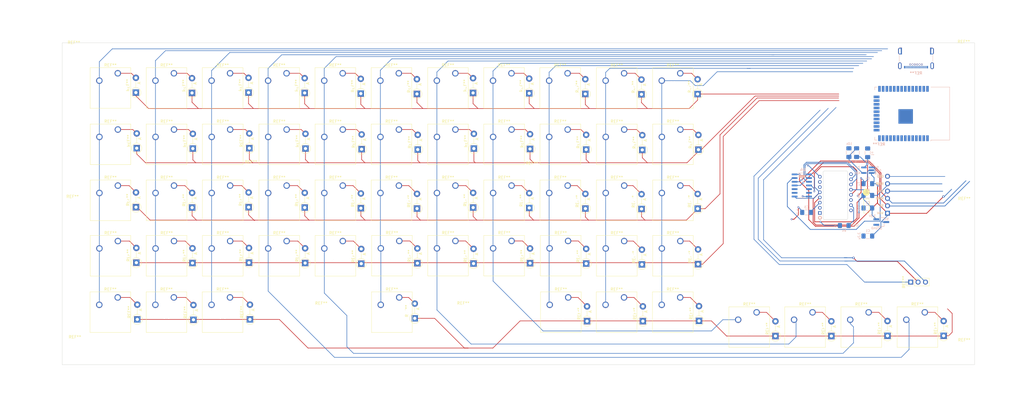
<source format=kicad_pcb>
(kicad_pcb (version 20211014) (generator pcbnew)
  (layers (0 "F.Cu" signal) (31 "B.Cu" signal) (34 "B.Paste" user) (35 "F.Paste" user) (36 "B.SilkS" user "B.Silkscreen") (37 "F.SilkS" user "F.Silkscreen") (38 "B.Mask" user) (39 "F.Mask" user) (44 "Edge.Cuts" user))
  (net 0 "")
  (net 1 "GND")
  (net 2 "VDD_5V")
  (net 3 "VDD_3.3V")
  (net 4 "Net-(C3-Pad1)")
  (net 5 "NCS_I")
  (net 6 "MOSI_I")
  (net 7 "SCLK_I")
  (net 8 "VDD_2V")
  (net 10 "SCLK")
  (net 11 "MOSI")
  (net 12 "MISO")
  (net 13 "NCS")
  (net 22 "Net-(IC1-Pad4)")
  (net 23 "Net-(R4-Pad2)")
  (footprint "Button_Switch_Keyboard:SW_Cherry_MX_1.00u_PCB" (layer "F.Cu") (at 157.515683 126.534634)
    (fp_text reference "REF**")
    (fp_text value "SW_Cherry_MX_1.00u_PCB")
  )
  (footprint "Diode_THT:D_DO-41_SOD81_P5.08mm_Vertical_AnodeUp" (layer "F.Cu") (at 183.17455 153.253332 90)
    (fp_text reference "REF**")
    (fp_text value "D_DO-41_SOD81_P5.08mm_Vertical_AnodeUp")
  )
  (footprint "Button_Switch_Keyboard:SW_Cherry_MX_1.00u_PCB" (layer "F.Cu") (at 118.750416 87.863319)
    (fp_text reference "REF**")
    (fp_text value "SW_Cherry_MX_1.00u_PCB")
  )
  (footprint "MountingHole:MountingHole_3.2mm_M3" (layer "F.Cu") (at 371.053483 81.170234)
    (fp_text reference "REF**")
    (fp_text value "MountingHole_3.2mm_M3")
  )
  (footprint "Button_Switch_Keyboard:SW_Cherry_MX_1.00u_PCB" (layer "F.Cu") (at 118.729883 165.041034)
    (fp_text reference "REF**")
    (fp_text value "SW_Cherry_MX_1.00u_PCB")
  )
  (footprint "Diode_THT:D_DO-41_SOD81_P5.08mm_Vertical_AnodeUp" (layer "F.Cu") (at 86.522683 153.0738 90)
    (fp_text reference "REF**")
    (fp_text value "D_DO-41_SOD81_P5.08mm_Vertical_AnodeUp")
  )
  (footprint "Button_Switch_Keyboard:SW_Cherry_MX_1.00u_PCB" (layer "F.Cu") (at 234.858683 126.534634)
    (fp_text reference "REF**")
    (fp_text value "SW_Cherry_MX_1.00u_PCB")
  )
  (footprint "Diode_THT:D_DO-41_SOD81_P5.08mm_Vertical_AnodeUp" (layer "F.Cu") (at 240.954683 134.444817 90)
    (fp_text reference "REF**")
    (fp_text value "D_DO-41_SOD81_P5.08mm_Vertical_AnodeUp")
  )
  (footprint "MountingHole:MountingHole_2.2mm_M2" (layer "F.Cu") (at 198.943083 170.222634)
    (fp_text reference "REF**")
    (fp_text value "MountingHole_2.2mm_M2")
  )
  (footprint "Diode_THT:D_DO-41_SOD81_P5.08mm_Vertical_AnodeUp" (layer "F.Cu") (at 163.708416 94.848319 90)
    (fp_text reference "REF**")
    (fp_text value "D_DO-41_SOD81_P5.08mm_Vertical_AnodeUp")
  )
  (footprint "Button_Switch_Keyboard:SW_Cherry_MX_1.00u_PCB" (layer "F.Cu") (at 235.036483 165.041034)
    (fp_text reference "REF**")
    (fp_text value "SW_Cherry_MX_1.00u_PCB")
  )
  (footprint "Button_Switch_Keyboard:SW_Cherry_MX_1.00u_PCB" (layer "F.Cu") (at 196.25555 145.597149)
    (fp_text reference "REF**")
    (fp_text value "SW_Cherry_MX_1.00u_PCB")
  )
  (footprint "MountingHole:MountingHole_3.2mm_M3" (layer "F.Cu") (at 371.256683 135.221434)
    (fp_text reference "REF**")
    (fp_text value "MountingHole_3.2mm_M3")
  )
  (footprint "Diode_THT:D_DO-41_SOD81_P5.08mm_Vertical_AnodeUp" (layer "F.Cu") (at 86.649683 113.653 90)
    (fp_text reference "REF**")
    (fp_text value "D_DO-41_SOD81_P5.08mm_Vertical_AnodeUp")
  )
  (footprint "Diode_THT:D_DO-41_SOD81_P5.08mm_Vertical_AnodeUp" (layer "F.Cu") (at 241.513483 173.205217 90)
    (fp_text reference "REF**")
    (fp_text value "D_DO-41_SOD81_P5.08mm_Vertical_AnodeUp")
  )
  (footprint "Diode_THT:D_DO-41_SOD81_P5.08mm_Vertical_AnodeUp" (layer "F.Cu") (at 86.365416 94.503502 90)
    (fp_text reference "REF**")
    (fp_text value "D_DO-41_SOD81_P5.08mm_Vertical_AnodeUp")
  )
  (footprint "Diode_THT:D_DO-41_SOD81_P5.08mm_Vertical_AnodeUp" (layer "F.Cu") (at 183.042683 134.444817 90)
    (fp_text reference "REF**")
    (fp_text value "D_DO-41_SOD81_P5.08mm_Vertical_AnodeUp")
  )
  (footprint "Button_Switch_Keyboard:SW_Cherry_MX_1.00u_PCB" (layer "F.Cu") (at 80.172683 107.230634)
    (fp_text reference "REF**")
    (fp_text value "SW_Cherry_MX_1.00u_PCB")
  )
  (footprint "Button_Switch_Keyboard:SW_Cherry_MX_1.00u_PCB" (layer "F.Cu") (at 176.819683 107.230634)
    (fp_text reference "REF**")
    (fp_text value "SW_Cherry_MX_1.00u_PCB")
  )
  (footprint "Button_Switch_Keyboard:SW_Cherry_MX_2.75u_PCB" (layer "F.Cu") (at 176.921283 165.041034)
    (fp_text reference "REF**")
    (fp_text value "SW_Cherry_MX_2.75u_PCB")
  )
  (footprint "Diode_THT:D_DO-41_SOD81_P5.08mm_Vertical_AnodeUp" (layer "F.Cu") (at 279.689683 153.5818 90)
    (fp_text reference "REF**")
    (fp_text value "D_DO-41_SOD81_P5.08mm_Vertical_AnodeUp")
  )
  (footprint "Diode_THT:D_DO-41_SOD81_P5.08mm_Vertical_AnodeUp" (layer "F.Cu") (at 144.434683 134.1 90)
    (fp_text reference "REF**")
    (fp_text value "D_DO-41_SOD81_P5.08mm_Vertical_AnodeUp")
  )
  (footprint "Diode_THT:D_DO-41_SOD81_P5.08mm_Vertical_AnodeUp" (layer "F.Cu") (at 105.953683 113.78 90)
    (fp_text reference "REF**")
    (fp_text value "D_DO-41_SOD81_P5.08mm_Vertical_AnodeUp")
  )
  (footprint "Diode_THT:D_DO-41_SOD81_P5.08mm_Vertical_AnodeUp" (layer "F.Cu") (at 163.865683 153.418617 90)
    (fp_text reference "REF**")
    (fp_text value "D_DO-41_SOD81_P5.08mm_Vertical_AnodeUp")
  )
  (footprint "Button_Switch_Keyboard:SW_Cherry_MX_1.00u_PCB" (layer "F.Cu") (at 273.542883 165.041034)
    (fp_text reference "REF**")
    (fp_text value "SW_Cherry_MX_1.00u_PCB")
  )
  (footprint "Diode_THT:D_DO-41_SOD81_P5.08mm_Vertical_AnodeUp" (layer "F.Cu") (at 202.47855 153.380332 90)
    (fp_text reference "REF**")
    (fp_text value "D_DO-41_SOD81_P5.08mm_Vertical_AnodeUp")
  )
  (footprint "Button_Switch_Keyboard:SW_Cherry_MX_1.00u_PCB" (layer "F.Cu") (at 80.142416 87.863319)
    (fp_text reference "REF**")
    (fp_text value "SW_Cherry_MX_1.00u_PCB")
  )
  (footprint "MountingHole:MountingHole_2.2mm_M2" (layer "F.Cu") (at 125.943483 121.607034)
    (fp_text reference "REF**")
    (fp_text value "MountingHole_2.2mm_M2")
  )
  (footprint "Button_Switch_Keyboard:SW_Cherry_MX_1.00u_PCB" (layer "F.Cu") (at 138.211683 107.230634)
    (fp_text reference "REF**")
    (fp_text value "SW_Cherry_MX_1.00u_PCB")
  )
  (footprint "Diode_THT:D_DO-41_SOD81_P5.08mm_Vertical_AnodeUp" (layer "F.Cu") (at 86.395683 133.973 90)
    (fp_text reference "REF**")
    (fp_text value "D_DO-41_SOD81_P5.08mm_Vertical_AnodeUp")
  )
  (footprint "Button_Switch_Keyboard:SW_Cherry_MX_1.00u_PCB" (layer "F.Cu") (at 99.425883 165.041034)
    (fp_text reference "REF**")
    (fp_text value "SW_Cherry_MX_1.00u_PCB")
  )
  (footprint "Diode_THT:D_DO-41_SOD81_P5.08mm_Vertical_AnodeUp" (layer "F.Cu") (at 125.587883 172.6064 90)
    (fp_text reference "REF**")
    (fp_text value "D_DO-41_SOD81_P5.08mm_Vertical_AnodeUp")
  )
  (footprint "Diode_THT:D_DO-41_SOD81_P5.08mm_Vertical_AnodeUp" (layer "F.Cu") (at 221.620416 94.757502 90)
    (fp_text reference "REF**")
    (fp_text value "D_DO-41_SOD81_P5.08mm_Vertical_AnodeUp")
  )
  (footprint "MountingHole:MountingHole_3.2mm_M3" (layer "F.Cu") (at 64.577083 134.510234)
    (fp_text reference "REF**")
    (fp_text value "MountingHole_3.2mm_M3")
  )
  (footprint "Diode_THT:D_DO-41_SOD81_P5.08mm_Vertical_AnodeUp" (layer "F.Cu") (at 364.144683 178.245201 90)
    (fp_text reference "REF**")
    (fp_text value "D_DO-41_SOD81_P5.08mm_Vertical_AnodeUp")
  )
  (footprint "Diode_THT:D_DO-41_SOD81_P5.08mm_Vertical_AnodeUp" (layer "F.Cu") (at 221.904683 113.907 90)
    (fp_text reference "REF**")
    (fp_text value "D_DO-41_SOD81_P5.08mm_Vertical_AnodeUp")
  )
  (footprint "Button_Switch_Keyboard:SW_Cherry_MX_1.00u_PCB" (layer "F.Cu") (at 99.476683 126.534634)
    (fp_text reference "REF**")
    (fp_text value "SW_Cherry_MX_1.00u_PCB")
  )
  (footprint "Button_Switch_Keyboard:SW_Cherry_MX_1.00u_PCB" (layer "F.Cu") (at 118.780683 145.635434)
    (fp_text reference "REF**")
    (fp_text value "SW_Cherry_MX_1.00u_PCB")
  )
  (footprint "Button_Switch_Keyboard:SW_Cherry_MX_1.00u_PCB" (layer "F.Cu") (at 80.172683 145.635434)
    (fp_text reference "REF**")
    (fp_text value "SW_Cherry_MX_1.00u_PCB")
  )
  (footprint "Diode_THT:D_DO-41_SOD81_P5.08mm_Vertical_AnodeUp" (layer "F.Cu") (at 106.156883 172.7334 90)
    (fp_text reference "REF**")
    (fp_text value "D_DO-41_SOD81_P5.08mm_Vertical_AnodeUp")
  )
  (footprint "Button_Switch_Keyboard:SW_Cherry_MX_1.00u_PCB" (layer "F.Cu") (at 254.289683 145.635434)
    (fp_text reference "REF**")
    (fp_text value "SW_Cherry_MX_1.00u_PCB")
  )
  (footprint "Button_Switch_Keyboard:SW_Cherry_MX_1.00u_PCB" (layer "F.Cu") (at 99.476683 145.635434)
    (fp_text reference "REF**")
    (fp_text value "SW_Cherry_MX_1.00u_PCB")
  )
  (footprint "Diode_THT:D_DO-41_SOD81_P5.08mm_Vertical_AnodeUp" (layer "F.Cu") (at 163.738683 134.317817 90)
    (fp_text reference "REF**")
    (fp_text value "D_DO-41_SOD81_P5.08mm_Vertical_AnodeUp")
  )
  (footprint "Diode_THT:D_DO-41_SOD81_P5.08mm_Vertical_AnodeUp" (layer "F.Cu") (at 86.852883 172.6064 90)
    (fp_text reference "REF**")
    (fp_text value "D_DO-41_SOD81_P5.08mm_Vertical_AnodeUp")
  )
  (footprint "MountingHole:MountingHole_3.2mm_M3" (layer "F.Cu") (at 65.034283 81.475034)
    (fp_text reference "REF**")
    (fp_text value "MountingHole_3.2mm_M3")
  )
  (footprint "Button_Switch_Keyboard:SW_Cherry_MX_1.00u_PCB" (layer "F.Cu") (at 176.95155 145.597149)
    (fp_text reference "REF**")
    (fp_text value "SW_Cherry_MX_1.00u_PCB")
  )
  (footprint "Diode_THT:D_DO-41_SOD81_P5.08mm_Vertical_AnodeUp" (layer "F.Cu") (at 344.840683 178.245201 90)
    (fp_text reference "REF**")
    (fp_text value "D_DO-41_SOD81_P5.08mm_Vertical_AnodeUp")
  )
  (footprint "Button_Switch_Keyboard:SW_Cherry_MX_1.00u_PCB" (layer "F.Cu") (at 357.667684 170.171835)
    (fp_text reference "REF**")
    (fp_text value "SW_Cherry_MX_1.00u_PCB")
  )
  (footprint "Button_Switch_Keyboard:SW_Cherry_MX_1.00u_PCB" (layer "F.Cu") (at 196.220416 87.863319)
    (fp_text reference "REF**")
    (fp_text value "SW_Cherry_MX_1.00u_PCB")
  )
  (footprint "Diode_THT:D_DO-41_SOD81_P5.08mm_Vertical_AnodeUp" (layer "F.Cu") (at 306.308883 178.336019 90)
    (fp_text reference "REF**")
    (fp_text value "D_DO-41_SOD81_P5.08mm_Vertical_AnodeUp")
  )
  (footprint "Diode_THT:D_DO-41_SOD81_P5.08mm_Vertical_AnodeUp" (layer "F.Cu") (at 279.532416 95.011502 90)
    (fp_text reference "REF**")
    (fp_text value "D_DO-41_SOD81_P5.08mm_Vertical_AnodeUp")
  )
  (footprint "Button_Switch_Keyboard:SW_Cherry_MX_1.00u_PCB" (layer "F.Cu") (at 157.485416 87.863319)
    (fp_text reference "REF**")
    (fp_text value "SW_Cherry_MX_1.00u_PCB")
  )
  (footprint "Diode_THT:D_DO-41_SOD81_P5.08mm_Vertical_AnodeUp" (layer "F.Cu") (at 279.816683 114.161 90)
    (fp_text reference "REF**")
    (fp_text value "D_DO-41_SOD81_P5.08mm_Vertical_AnodeUp")
  )
  (footprint "Button_Switch_Keyboard:SW_Cherry_MX_1.00u_PCB" (layer "F.Cu") (at 234.858683 107.230634)
    (fp_text reference "REF**")
    (fp_text value "SW_Cherry_MX_1.00u_PCB")
  )
  (footprint "Button_Switch_Keyboard:SW_Cherry_MX_1.00u_PCB" (layer "F.Cu") (at 196.250683 107.230634)
    (fp_text reference "REF**")
    (fp_text value "SW_Cherry_MX_1.00u_PCB")
  )
  (footprint "Diode_THT:D_DO-41_SOD81_P5.08mm_Vertical_AnodeUp" (layer "F.Cu") (at 221.650683 134.227 90)
    (fp_text reference "REF**")
    (fp_text value "D_DO-41_SOD81_P5.08mm_Vertical_AnodeUp")
  )
  (footprint "" (layer "F.Cu") (at 327.414337 111.317033)
    (fp_text reference "")
    (fp_text value "")
  )
  (footprint "Diode_THT:D_DO-41_SOD81_P5.08mm_Vertical_AnodeUp" (layer "F.Cu") (at 125.257683 153.0738 90)
    (fp_text reference "REF**")
    (fp_text value "D_DO-41_SOD81_P5.08mm_Vertical_AnodeUp")
  )
  (footprint "Diode_THT:D_DO-41_SOD81_P5.08mm_Vertical_AnodeUp" (layer "F.Cu") (at 125.100416 94.503502 90)
    (fp_text reference "REF**")
    (fp_text value "D_DO-41_SOD81_P5.08mm_Vertical_AnodeUp")
  )
  (footprint "" (layer "F.Cu") (at 326.572883 111.429833)
    (fp_text reference "")
    (fp_text value "")
  )
  (footprint "Button_Switch_Keyboard:SW_Cherry_MX_1.00u_PCB" (layer "F.Cu") (at 196.250683 126.534634)
    (fp_text reference "REF**")
    (fp_text value "SW_Cherry_MX_1.00u_PCB")
  )
  (footprint "Diode_THT:D_DO-41_SOD81_P5.08mm_Vertical_AnodeUp" (layer "F.Cu") (at 241.208683 114.124817 90)
    (fp_text reference "REF**")
    (fp_text value "D_DO-41_SOD81_P5.08mm_Vertical_AnodeUp")
  )
  (footprint "Button_Switch_Keyboard:SW_Cherry_MX_1.00u_PCB" (layer "F.Cu") (at 138.181416 87.863319)
    (fp_text reference "REF**")
    (fp_text value "SW_Cherry_MX_1.00u_PCB")
  )
  (footprint "Button_Switch_Keyboard:SW_Cherry_MX_1.00u_PCB" (layer "F.Cu") (at 138.211683 145.635434)
    (fp_text reference "REF**")
    (fp_text value "SW_Cherry_MX_1.00u_PCB")
  )
  (footprint "Button_Switch_Keyboard:SW_Cherry_MX_1.00u_PCB" (layer "F.Cu") (at 254.289683 107.230634)
    (fp_text reference "REF**")
    (fp_text value "SW_Cherry_MX_1.00u_PCB")
  )
  (footprint "Button_Switch_Keyboard:SW_Cherry_MX_1.00u_PCB" (layer "F.Cu") (at 118.780683 107.230634)
    (fp_text reference "REF**")
    (fp_text value "SW_Cherry_MX_1.00u_PCB")
  )
  (footprint "Button_Switch_Keyboard:SW_Cherry_MX_1.00u_PCB" (layer "F.Cu") (at 273.593683 107.230634)
    (fp_text reference "REF**")
    (fp_text value "SW_Cherry_MX_1.00u_PCB")
  )
  (footprint "Button_Switch_Keyboard:SW_Cherry_MX_1.00u_PCB" (layer "F.Cu") (at 273.563416 87.863319)
    (fp_text reference "REF**")
    (fp_text value "SW_Cherry_MX_1.00u_PCB")
  )
  (footprint "Diode_THT:D_DO-41_SOD81_P5.08mm_Vertical_AnodeUp" (layer "F.Cu") (at 325.536684 178.336018 90)
    (fp_text reference "REF**")
    (fp_text value "D_DO-41_SOD81_P5.08mm_Vertical_AnodeUp")
  )
  (footprint "Diode_THT:D_DO-41_SOD81_P5.08mm_Vertical_AnodeUp" (layer "F.Cu") (at 144.688683 113.78 90)
    (fp_text reference "REF**")
    (fp_text value "D_DO-41_SOD81_P5.08mm_Vertical_AnodeUp")
  )
  (footprint "Diode_THT:D_DO-41_SOD81_P5.08mm_Vertical_AnodeUp" (layer "F.Cu") (at 260.228416 95.102319 90)
    (fp_text reference "REF**")
    (fp_text value "D_DO-41_SOD81_P5.08mm_Vertical_AnodeUp")
  )
  (footprint "Button_Switch_Keyboard:SW_Cherry_MX_1.00u_PCB" (layer "F.Cu") (at 234.828416 87.863319)
    (fp_text reference "REF**")
    (fp_text value "SW_Cherry_MX_1.00u_PCB")
  )
  (footprint "Diode_THT:D_DO-41_SOD81_P5.08mm_Vertical_AnodeUp" (layer "F.Cu") (at 144.404416 94.630502 90)
    (fp_text reference "REF**")
    (fp_text value "D_DO-41_SOD81_P5.08mm_Vertical_AnodeUp")
  )
  (footprint "Button_Switch_Keyboard:SW_Cherry_MX_1.00u_PCB" (layer "F.Cu") (at 234.99055 145.597149)
    (fp_text reference "REF**")
    (fp_text value "SW_Cherry_MX_1.00u_PCB")
  )
  (footprint "Button_Switch_Keyboard:SW_Cherry_MX_1.00u_PCB" (layer "F.Cu") (at 273.593683 145.635434)
    (fp_text reference "REF**")
    (fp_text value "SW_Cherry_MX_1.00u_PCB")
  )
  (footprint "Diode_THT:D_DO-41_SOD81_P5.08mm_Vertical_AnodeUp" (layer "F.Cu") (at 240.924416 94.975319 90)
    (fp_text reference "REF**")
    (fp_text value "D_DO-41_SOD81_P5.08mm_Vertical_AnodeUp")
  )
  (footprint "Connector_PinHeader_2.54mm:PinHeader_1x03_P2.54mm_Vertical" (layer "F.Cu") (at 352.816283 159.757834 90)
    (fp_text reference "REF**")
    (fp_text value "PinHeader_1x03_P2.54mm_Vertical")
  )
  (footprint "Diode_THT:D_DO-41_SOD81_P5.08mm_Vertical_AnodeUp" (layer "F.Cu") (at 105.699683 134.1 90)
    (fp_text reference "REF**")
    (fp_text value "D_DO-41_SOD81_P5.08mm_Vertical_AnodeUp")
  )
  (footprint "Diode_THT:D_DO-41_SOD81_P5.08mm_Vertical_AnodeUp" (layer "F.Cu") (at 260.385683 153.672617 90)
    (fp_text reference "REF**")
    (fp_text value "D_DO-41_SOD81_P5.08mm_Vertical_AnodeUp")
  )
  (footprint "Button_Switch_Keyboard:SW_Cherry_MX_1.00u_PCB" (layer "F.Cu") (at 118.780683 126.534634)
    (fp_text reference "REF**")
    (fp_text value "SW_Cherry_MX_1.00u_PCB")
  )
  (footprint "Diode_THT:D_DO-41_SOD81_P5.08mm_Vertical_AnodeUp" (layer "F.Cu") (at 105.669416 94.630502 90)
    (fp_text reference "REF**")
    (fp_text value "D_DO-41_SOD81_P5.08mm_Vertical_AnodeUp")
  )
  (footprint "Diode_THT:D_DO-41_SOD81_P5.08mm_Vertical_AnodeUp" (layer "F.Cu") (at 202.316416 94.630502 90)
    (fp_text reference "REF**")
    (fp_text value "D_DO-41_SOD81_P5.08mm_Vertical_AnodeUp")
  )
  (footprint "Button_Switch_Keyboard:SW_Cherry_MX_1.00u_PCB" (layer "F.Cu") (at 157.515683 107.230634)
    (fp_text reference "REF**")
    (fp_text value "SW_Cherry_MX_1.00u_PCB")
  )
  (footprint "Button_Switch_Keyboard:SW_Cherry_MX_1.00u_PCB" (layer "F.Cu") (at 176.789416 87.863319)
    (fp_text reference "REF**")
    (fp_text value "SW_Cherry_MX_1.00u_PCB")
  )
  (footprint "Button_Switch_Keyboard:SW_Cherry_MX_1.00u_PCB" (layer "F.Cu") (at 338.363684 170.171835)
    (fp_text reference "REF**")
    (fp_text value "SW_Cherry_MX_1.00u_PCB")
  )
  (footprint "Diode_THT:D_DO-41_SOD81_P5.08mm_Vertical_AnodeUp" (layer "F.Cu") (at 183.296683 114.124817 90)
    (fp_text reference "REF**")
    (fp_text value "D_DO-41_SOD81_P5.08mm_Vertical_AnodeUp")
  )
  (footprint "Connector_PinHeader_2.54mm:PinHeader_1x06_P2.54mm_Vertical" (layer "F.Cu") (at 344.840683 123.334234)
    (fp_text reference "J1" hide)
    (fp_text value "Conn_01x06_Female")
  )
  (footprint "Diode_THT:D_DO-41_SOD81_P5.08mm_Vertical_AnodeUp" (layer "F.Cu") (at 279.562683 134.481 90)
    (fp_text reference "REF**")
    (fp_text value "D_DO-41_SOD81_P5.08mm_Vertical_AnodeUp")
  )
  (footprint "Diode_THT:D_DO-41_SOD81_P5.08mm_Vertical_AnodeUp" (layer "F.Cu") (at 202.600683 113.78 90)
    (fp_text reference "REF**")
    (fp_text value "D_DO-41_SOD81_P5.08mm_Vertical_AnodeUp")
  )
  (footprint "Diode_THT:D_DO-41_SOD81_P5.08mm_Vertical_AnodeUp" (layer "F.Cu") (at 241.21355 153.380332 90)
    (fp_text reference "REF**")
    (fp_text value "D_DO-41_SOD81_P5.08mm_Vertical_AnodeUp")
  )
  (footprint "Diode_THT:D_DO-41_SOD81_P5.08mm_Vertical_AnodeUp" (layer "F.Cu") (at 125.130683 133.973 90)
    (fp_text reference "REF**")
    (fp_text value "D_DO-41_SOD81_P5.08mm_Vertical_AnodeUp")
  )
  (footprint "Diode_THT:D_DO-41_SOD81_P5.08mm_Vertical_AnodeUp" (layer "F.Cu") (at 144.561683 153.2008 90)
    (fp_text reference "REF**")
    (fp_text value "D_DO-41_SOD81_P5.08mm_Vertical_AnodeUp")
  )
  (footprint "Diode_THT:D_DO-41_SOD81_P5.08mm_Vertical_AnodeUp" (layer "F.Cu") (at 125.384683 113.653 90)
    (fp_text reference "REF**")
    (fp_text value "D_DO-41_SOD81_P5.08mm_Vertical_AnodeUp")
  )
  (footprint "Button_Switch_Keyboard:SW_Cherry_MX_1.00u_PCB" (layer "F.Cu") (at 138.211683 126.534634)
    (fp_text reference "REF**")
    (fp_text value "SW_Cherry_MX_1.00u_PCB")
  )
  (footprint "Button_Switch_Keyboard:SW_Cherry_MX_1.00u_PCB" (layer "F.Cu") (at 319.059683 170.171835)
    (fp_text reference "REF**")
    (fp_text value "SW_Cherry_MX_1.00u_PCB")
  )
  (footprint "Button_Switch_Keyboard:SW_Cherry_MX_1.00u_PCB" (layer "F.Cu") (at 215.55955 145.597149)
    (fp_text reference "REF**")
    (fp_text value "SW_Cherry_MX_1.00u_PCB")
  )
  (footprint "Button_Switch_Keyboard:SW_Cherry_MX_1.00u_PCB" (layer "F.Cu") (at 215.524416 87.863319)
    (fp_text reference "REF**")
    (fp_text value "SW_Cherry_MX_1.00u_PCB")
  )
  (footprint "Diode_THT:D_DO-41_SOD81_P5.08mm_Vertical_AnodeUp" (layer "F.Cu") (at 183.012416 94.975319 90)
    (fp_text reference "REF**")
    (fp_text value "D_DO-41_SOD81_P5.08mm_Vertical_AnodeUp")
  )
  (footprint "Button_Switch_Keyboard:SW_Cherry_MX_1.00u_PCB" (layer "F.Cu") (at 254.238883 165.041034)
    (fp_text reference "REF**")
    (fp_text value "SW_Cherry_MX_1.00u_PCB")
  )
  (footprint "Button_Switch_Keyboard:SW_Cherry_MX_1.00u_PCB" (layer "F.Cu") (at 99.446416 87.863319)
    (fp_text reference "REF**")
    (fp_text value "SW_Cherry_MX_1.00u_PCB")
  )
  (footprint "Button_Switch_Keyboard:SW_Cherry_MX_1.00u_PCB" (layer "F.Cu") (at 80.121883 165.041034)
    (fp_text reference "REF**")
    (fp_text value "SW_Cherry_MX_1.00u_PCB")
  )
  (footprint "Button_Switch_Keyboard:SW_Cherry_MX_1.00u_PCB" (layer "F.Cu") (at 299.831883 170.171834)
    (fp_text reference "REF**")
    (fp_text value "SW_Cherry_MX_1.00u_PCB")
  )
  (footprint "Diode_THT:D_DO-41_SOD81_P5.08mm_Vertical_AnodeUp" (layer "F.Cu") (at 280.019883 173.1144 90)
    (fp_text reference "REF**")
    (fp_text value "D_DO-41_SOD81_P5.08mm_Vertical_AnodeUp")
  )
  (footprint "MountingHole:MountingHole_2.2mm_M2" (layer "F.Cu") (at 222.565083 122.064234)
    (fp_text reference "REF**")
    (fp_text value "MountingHole_2.2mm_M2")
  )
  (footprint "Diode_THT:D_DO-41_SOD81_P5.08mm_Vertical_AnodeUp" (layer "F.Cu") (at 221.90955 153.253332 90)
    (fp_text reference "REF**")
    (fp_text value "D_DO-41_SOD81_P5.08mm_Vertical_AnodeUp")
  )
  (footprint "MountingHole:MountingHole_3.2mm_M3" (layer "F.Cu") (at 65.389883 182.871834)
    (fp_text reference "REF**")
    (fp_text value "MountingHole_3.2mm_M3")
  )
  (footprint "Diode_THT:D_DO-41_SOD81_P5.08mm_Vertical_AnodeUp" (layer "F.Cu") (at 202.346683 134.1 90)
    (fp_text reference "REF**")
    (fp_text value "D_DO-41_SOD81_P5.08mm_Vertical_AnodeUp")
  )
  (footprint "Button_Switch_Keyboard:SW_Cherry_MX_1.00u_PCB" (layer "F.Cu") (at 254.289683 126.534634)
    (fp_text reference "REF**")
    (fp_text value "SW_Cherry_MX_1.00u_PCB")
  )
  (footprint "Button_Switch_Keyboard:SW_Cherry_MX_1.00u_PCB" (layer "F.Cu") (at 176.819683 126.534634)
    (fp_text reference "REF**")
    (fp_text value "SW_Cherry_MX_1.00u_PCB")
  )
  (footprint "Button_Switch_Keyboard:SW_Cherry_MX_1.00u_PCB" (layer "F.Cu") (at 99.476683 107.230634)
    (fp_text reference "REF**")
    (fp_text value "SW_Cherry_MX_1.00u_PCB")
  )
  (footprint "Diode_THT:D_DO-41_SOD81_P5.08mm_Vertical_AnodeUp" (layer "F.Cu") (at 260.715883 173.205217 90)
    (fp_text reference "REF**")
    (fp_text value "D_DO-41_SOD81_P5.08mm_Vertical_AnodeUp")
  )
  (footprint "Diode_THT:D_DO-41_SOD81_P5.08mm_Vertical_AnodeUp" (layer "F.Cu") (at 260.512683 114.251817 90)
    (fp_text reference "REF**")
    (fp_text value "D_DO-41_SOD81_P5.08mm_Vertical_AnodeUp")
  )
  (footprint "Button_Switch_Keyboard:SW_Cherry_MX_1.00u_PCB" (layer "F.Cu") (at 273.593683 126.534634)
    (fp_text reference "REF**")
    (fp_text value "SW_Cherry_MX_1.00u_PCB")
  )
  (footprint "Button_Switch_Keyboard:SW_Cherry_MX_1.00u_PCB" (layer "F.Cu") (at 215.554683 107.230634)
    (fp_text reference "REF**")
    (fp_text value "SW_Cherry_MX_1.00u_PCB")
  )
  (footprint "Button_Switch_Keyboard:SW_Cherry_MX_1.00u_PCB" (layer "F.Cu") (at 157.515683 145.635434)
    (fp_text reference "REF**")
    (fp_text value "SW_Cherry_MX_1.00u_PCB")
  )
  (footprint "Diode_THT:D_DO-41_SOD81_P5.08mm_Vertical_AnodeUp" (layer "F.Cu") (at 105.826683 153.2008 90)
    (fp_text reference "REF**")
    (fp_text value "D_DO-41_SOD81_P5.08mm_Vertical_AnodeUp")
  )
  (footprint "Button_Switch_Keyboard:SW_Cherry_MX_1.00u_PCB" (layer "F.Cu") (at 80.172683 126.534634)
    (fp_text reference "REF**")
    (fp_text value "SW_Cherry_MX_1.00u_PCB")
  )
  (footprint "Diode_THT:D_DO-41_SOD81_P5.08mm_Vertical_AnodeUp" (layer "F.Cu") (at 163.992683 113.997817 90)
    (fp_text reference "REF**")
    (fp_text value "D_DO-41_SOD81_P5.08mm_Vertical_AnodeUp")
  )
  (footprint "MountingHole:MountingHole_2.2mm_M2" (layer "F.Cu") (at 150.098883 170.248034)
    (fp_text reference "REF**")
    (fp_text value "MountingHole_2.2mm_M2")
  )
  (footprint "Diode_THT:D_DO-41_SOD81_P5.08mm_Vertical_AnodeUp" (layer "F.Cu") (at 260.258683 134.571817 90)
    (fp_text reference "REF**")
    (fp_text value "D_DO-41_SOD81_P5.08mm_Vertical_AnodeUp")
  )
  (footprint "Diode_THT:D_DO-41_SOD81_P5.08mm_Vertical_AnodeUp" (layer "F.Cu") (at 182.280683 172.240017 90)
    (fp_text reference "REF**")
    (fp_text value "D_DO-41_SOD81_P5.08mm_Vertical_AnodeUp")
  )
  (footprint "Button_Switch_Keyboard:SW_Cherry_MX_1.00u_PCB" (layer "F.Cu") (at 254.259416 87.863319)
    (fp_text reference "REF**")
    (fp_text value "SW_Cherry_MX_1.00u_PCB")
  )
  (footprint "MountingHole:MountingHole_3.2mm_M3" (layer "F.Cu") (at 371.205883 183.887834)
    (fp_text reference "REF**")
    (fp_text value "MountingHole_3.2mm_M3")
  )
  (footprint "Button_Switch_Keyboard:SW_Cherry_MX_1.00u_PCB" (layer "F.Cu") (at 215.554683 126.534634)
    (fp_text reference "REF**")
    (fp_text value "SW_Cherry_MX_1.00u_PCB")
  )
  (footprint "local:DIP-16_W10.16mm" (layer "B.Cu") (at 322.676683 137.472234)
    (fp_text reference "U2" hide)
    (fp_text value "PMW3360DM-T2QU")
  )
  (footprint "Resistor_SMD:R_1206_3216Metric_Pad1.42x1.75mm_HandSolder" (layer "B.Cu") (at 338.075683 129.928234)
    (fp_text reference "R1")
    (fp_text value "10k")
  )
  (footprint "local:SOIC127P600X175-14N" (layer "B.Cu") (at 315.365683 126.484234 180)
    (fp_text reference "U4")
    (fp_text value "TXS0104EDR")
  )
  (footprint "Capacitor_SMD:C_1206_3216Metric_Pad1.42x1.75mm_HandSolder" (layer "B.Cu") (at 316.993683 135.770234 180)
    (fp_text reference "C3")
    (fp_text value "4.7uF")
  )
  (footprint "Package_TO_SOT_SMD:TSOT-23_HandSoldering" (layer "B.Cu") (at 342.715683 139.084234)
    (fp_text reference "U1")
    (fp_text value "XC6206P332MR")
  )
  (footprint "Capacitor_SMD:C_1206_3216Metric_Pad1.42x1.75mm_HandSolder" (layer "B.Cu") (at 338.075683 143.898234 180)
    (fp_text reference "C1")
    (fp_text value "2.2uF")
  )
  (footprint "RF_Module:ESP32-WROOM-32" (layer "B.Cu") (at 350.329 101.715 90)
    (fp_text reference "REF**")
    (fp_text value "ESP32-WROOM-32")
  )
  (footprint "local:AP7331" (layer "B.Cu") (at 338.015683 121.234234 180)
    (fp_text reference "IC1")
    (fp_text value "AP7335-WG-7" hide)
  )
  (footprint "Capacitor_SMD:C_1206_3216Metric_Pad1.42x1.75mm_HandSolder" (layer "B.Cu") (at 338.075683 125.864234 180)
    (fp_text reference "C4")
    (fp_text value "1uF")
  )
  (footprint "Resistor_SMD:R_1206_3216Metric_Pad1.42x1.75mm_HandSolder" (layer "B.Cu") (at 334.215683 115.184234 -90)
    (fp_text reference "R3")
    (fp_text value "15k")
  )
  (footprint "Capacitor_SMD:C_1206_3216Metric_Pad1.42x1.75mm_HandSolder" (layer "B.Cu") (at 338.015683 115.234234 90)
    (fp_text reference "C5")
    (fp_text value "1uF")
  )
  (footprint "digikey-footprints:USB-C_Female_CX70M-24P1" (layer "B.Cu") (at 354.647 84.824)
    (fp_text reference "REF**")
    (fp_text value "USB-C_Female_CX70M-24P1")
  )
  (footprint "Resistor_SMD:R_1206_3216Metric_Pad1.42x1.75mm_HandSolder" (layer "B.Cu") (at 331.565683 115.184234 90)
    (fp_text reference "R2")
    (fp_text value "10k")
  )
  (footprint "Capacitor_SMD:C_1206_3216Metric_Pad1.42x1.75mm_HandSolder" (layer "B.Cu") (at 338.075683 134.246234 180)
    (fp_text reference "C2")
    (fp_text value "10uF")
  )
  (footprint "Resistor_SMD:R_1206_3216Metric_Pad1.42x1.75mm_HandSolder" (layer "B.Cu") (at 329.965683 140.284234)
    (fp_text reference "R4")
    (fp_text value "39")
  )
  (gr_circle (center 321.605683 137.614234) (end 322.127219 137.614234) (layer "B.SilkS") (width 0.3) (fill none))
  (gr_rect (start 314.415683 122.934234) (end 316.515683 123.734234) (layer "B.SilkS") (width 0.12) (fill solid))
  (gr_rect (start 336.665683 131.184234) (end 338.515683 136.034234) (layer "F.SilkS") (width 0.12) (fill none))
  (gr_circle (center 337.515683 128.834234) (end 338.649261 128.834234) (layer "F.SilkS") (width 0.12) (fill solid))
  (gr_line (start 323.177683 138.222235) (end 330.677683 138.222235) (layer "Edge.Cuts") (width 0.1))
  (gr_line (start 322.677683 137.722235) (end 322.677683 121.972235) (layer "Edge.Cuts") (width 0.1))
  (gr_line (start 323.177683 121.472235) (end 330.677683 121.472235) (layer "Edge.Cuts") (width 0.1))
  (gr_arc (start 323.177683 138.222235) (mid 322.82413 138.075788) (end 322.677683 137.722235) (layer "Edge.Cuts") (width 0.1))
  (gr_rect (start 60.995683 77.385634) (end 374.787283 188.180434) (layer "Edge.Cuts") (width 0.1) (fill none))
  (gr_line (start 331.177683 121.972235) (end 331.177683 137.722235) (layer "Edge.Cuts") (width 0.1))
  (gr_arc (start 330.677683 121.472235) (mid 331.031236 121.618682) (end 331.177683 121.972235) (layer "Edge.Cuts") (width 0.1))
  (gr_arc (start 331.177683 137.722235) (mid 331.031236 138.075788) (end 330.677683 138.222235) (layer "Edge.Cuts") (width 0.1))
  (gr_arc (start 322.677683 121.972235) (mid 322.82413 121.618682) (end 323.177683 121.472235) (layer "Edge.Cuts") (width 0.1))
  (gr_text "2.2u" (at 335.065683 143.884234 90) (layer "B.SilkS") (effects (font (size 0.75 0.75) (thickness 0.1)) (justify mirror)))
  (gr_text "MOSI" (at 342.143683 130.924234) (layer "B.SilkS") (effects (font (size 0.75 0.75) (thickness 0.1)) (justify mirror)))
  (gr_text "10u" (at 334.965683 134.334234 90) (layer "B.SilkS") (effects (font (size 0.75 0.75) (thickness 0.1)) (justify mirror)))
  (gr_text "1u" (at 339.765683 115.484234 270) (layer "B.SilkS") (effects (font (size 0.75 0.75) (thickness 0.1)) (justify mirror)))
  (gr_text "+5V" (at 342.357969 135.964234) (layer "B.SilkS") (effects (font (size 0.75 0.75) (thickness 0.1)) (justify mirror)))
  (gr_text "GND" (at 340.365683 141.184234) (layer "B.SilkS") (effects (font (size 0.75 0.75) (thickness 0.1)) (justify mirror)))
  (gr_text "5V" (at 344.565683 138.034234) (layer "B.SilkS") (effects (font (size 0.75 0.75) (thickness 0.1)) (justify mirror)))
  (gr_text "GND" (at 342.357969 123.364234) (layer "B.SilkS") (effects (font (size 0.75 0.75) (thickness 0.1)) (justify mirror)))
  (gr_text "GND" (at 333.785683 140.194234) (layer "B.SilkS") (effects (font (size 0.75 0.75) (thickness 0.1)) (justify mirror)))
  (gr_text "10k" (at 334.965683 129.964234 90) (layer "B.SilkS") (effects (font (size 0.75 0.75) (thickness 0.1)) (justify mirror)))
  (gr_text "EN" (at 341.115683 122.384234) (layer "B.SilkS") (effects (font (size 0.75 0.75) (thickness 0.1)) (justify mirror)))
  (gr_text "10k" (at 331.665683 112.134234) (layer "B.SilkS") (effects (font (size 0.75 0.75) (thickness 0.1)) (justify mirror)))
  (gr_text "5V" (at 341.115683 120.284234) (layer "B.SilkS") (effects (font (size 0.75 0.75) (thickness 0.1)) (justify mirror)))
  (gr_text "2V" (at 334.790683 120.284234) (layer "B.SilkS") (effects (font (size 0.75 0.75) (thickness 0.1)) (justify mirror)))
  (gr_text "GND" (at 341.579969 121.334234) (layer "B.SilkS") (effects (font (size 0.75 0.75) (thickness 0.1)) (justify mirror)))
  (gr_text "SS" (at 342.78654 133.444234) (layer "B.SilkS") (effects (font (size 0.75 0.75) (thickness 0.1)) (justify mirror)))
  (gr_text "39" (at 327.015683 140.184234 90) (layer "B.SilkS") (effects (font (size 0.75 0.75) (thickness 0.1)) (justify mirror)))
  (gr_text "1u" (at 334.965683 125.914234 90) (layer "B.SilkS") (effects (font (size 0.75 0.75) (thickness 0.1)) (justify mirror)))
  (gr_text "MISO" (at 342.143683 125.884234) (layer "B.SilkS") (effects (font (size 0.75 0.75) (thickness 0.1)) (justify mirror)))
  (gr_text "3.3V" (at 339.665683 136.984234) (layer "B.SilkS") (effects (font (size 0.75 0.75) (thickness 0.1)) (justify mirror)))
  (gr_text "ADJ" (at 334.565683 122.184234) (layer "B.SilkS") (effects (font (size 0.75 0.75) (thickness 0.1)) (justify mirror)))
  (gr_text "4.7u" (at 313.915683 135.784234 90) (layer "B.SilkS") (effects (font (size 0.75 0.75) (thickness 0.1)) (justify mirror)))
  (gr_text "SCK" (at 342.393683 128.404234) (layer "B.SilkS") (effects (font (size 0.75 0.75) (thickness 0.1)) (justify mirror)))
  (gr_text "SS" (at 342.80854 133.444234) (layer "F.SilkS") (effects (font (size 0.75 0.75) (thickness 0.1))))
  (gr_text "SCK" (at 342.415683 128.404234) (layer "F.SilkS") (effects (font (size 0.75 0.75) (thickness 0.1))))
  (gr_text "GND" (at 342.379969 123.364234) (layer "F.SilkS") (effects (font (size 0.75 0.75) (thickness 0.1))))
  (gr_text "MISO" (at 342.165683 125.884234) (layer "F.SilkS") (effects (font (size 0.75 0.75) (thickness 0.1))))
  (gr_text "MOSI" (at 342.165683 130.924234) (layer "F.SilkS") (effects (font (size 0.75 0.75) (thickness 0.1))))
  (gr_text "+5V" (at 342.379969 135.964234) (layer "F.SilkS") (effects (font (size 0.75 0.75) (thickness 0.1))))
  (segment (start 202.316416 94.630502) (end 202.316416 98.310367) (width 0.2) (layer "F.Cu") (net 0))
  (segment (start 180.598367 145.597149) (end 183.17455 148.173332) (width 0.2) (layer "F.Cu") (net 0))
  (segment (start 183.296683 114.124817) (end 183.296683 117.898634) (width 0.2) (layer "F.Cu") (net 0))
  (segment (start 238.510367 145.597149) (end 241.21355 148.300332) (width 0.2) (layer "F.Cu") (net 0))
  (segment (start 275.701883 138.421834) (end 279.562683 134.561034) (width 0.2) (layer "F.Cu") (net 0))
  (segment (start 142.076317 145.635434) (end 144.561683 148.1208) (width 0.2) (layer "F.Cu") (net 0))
  (segment (start 183.042683 134.444817) (end 183.042683 137.253434) (width 0.2) (layer "F.Cu") (net 0))
  (segment (start 355.356283 159.757834) (end 348.244283 152.645834) (width 0.25) (layer "F.Cu") (net 0))
  (segment (start 279.816683 114.749034) (end 279.816683 114.161) (width 0.2) (layer "F.Cu") (net 0))
  (segment (start 105.699683 136.923234) (end 107.198283 138.421834) (width 0.2) (layer "F.Cu") (net 0))
  (segment (start 202.600683 118.203434) (end 203.057883 118.660634) (width 0.2) (layer "F.Cu") (net 0))
  (segment (start 183.012416 97.954767) (end 185.074683 100.017034) (width 0.2) (layer "F.Cu") (net 0))
  (segment (start 165.110283 118.660634) (end 184.058683 118.660634) (width 0.2) (layer "F.Cu") (net 0))
  (segment (start 241.208683 114.124817) (end 241.208683 117.593834) (width 0.2) (layer "F.Cu") (net 0))
  (segment (start 240.954683 137.355034) (end 242.021483 138.421834) (width 0.2) (layer "F.Cu") (net 0))
  (segment (start 277.464233 87.863319) (end 279.532416 89.931502) (width 0.2) (layer "F.Cu") (net 0))
  (segment (start 202.316416 98.310367) (end 204.023083 100.017034) (width 0.2) (layer "F.Cu") (net 0))
  (segment (start 144.688683 117.593834) (end 145.755483 118.660634) (width 0.2) (layer "F.Cu") (net 0))
  (segment (start 118.750416 87.863319) (end 123.540233 87.863319) (width 0.2) (layer "F.Cu") (net 0))
  (segment (start 86.798249 133.973) (end 91.247083 138.421834) (width 0.2) (layer "F.Cu") (net 0))
  (segment (start 235.036483 165.041034) (end 238.4293 165.041034) (width 0.2) (layer "F.Cu") (net 0))
  (segment (start 277.966317 107.230634) (end 279.816683 109.081) (width 0.2) (layer "F.Cu") (net 0))
  (segment (start 80.172683 107.230634) (end 85.307317 107.230634) (width 0.2) (layer "F.Cu") (net 0))
  (segment (start 199.861317 126.534634) (end 202.346683 129.02) (width 0.2) (layer "F.Cu") (net 0))
  (segment (start 240.954683 134.444817) (end 240.954683 137.355034) (width 0.2) (layer "F.Cu") (net 0))
  (segment (start 99.446416 87.863319) (end 103.982233 87.863319) (width 0.2) (layer "F.Cu") (net 0))
  (segment (start 200.629233 87.863319) (end 202.316416 89.550502) (width 0.2) (layer "F.Cu") (net 0))
  (segment (start 257.4285 145.635434) (end 260.385683 148.592617) (width 0.2) (layer "F.Cu") (net 0))
  (segment (start 204.023083 100.017034) (end 223.377883 100.017034) (width 0.2) (layer "F.Cu") (net 0))
  (segment (start 99.476683 126.534634) (end 103.214317 126.534634) (width 0.2) (layer "F.Cu") (net 0))
  (segment (start 84.037317 126.534634) (end 86.395683 128.893) (width 0.2) (layer "F.Cu") (net 0))
  (segment (start 144.404416 94.630502) (end 144.404416 98.361167) (width 0.2) (layer "F.Cu") (net 0))
  (segment (start 239.3945 107.230634) (end 241.208683 109.044817) (width 0.2) (layer "F.Cu") (net 0))
  (segment (start 105.669416 97.827767) (end 107.858683 100.017034) (width 0.2) (layer "F.Cu") (net 0))
  (segment (start 242.173883 118.660634) (end 262.239883 118.660634) (width 0.2) (layer "F.Cu") (net 0))
  (segment (start 254.238883 165.041034) (end 257.6317 165.041034) (width 0.2) (layer "F.Cu") (net 0))
  (segment (start 183.042683 137.253434) (end 184.211083 138.421834) (width 0.2) (layer "F.Cu") (net 0))
  (segment (start 107.858683 100.017034) (end 126.807083 100.017034) (width 0.2) (layer "F.Cu") (net 0))
  (segment (start 357.667684 170.171835) (end 361.151317 170.171835) (width 0.2) (layer "F.Cu") (net 0))
  (segment (start 180.2125 126.534634) (end 183.042683 129.364817) (width 0.2) (layer "F.Cu") (net 0))
  (segment (start 200.592166 182.465434) (end 209.153883 182.465434) (width 0.2) (layer "F.Cu") (net 0))
  (segment (start 125.100416 94.503502) (end 125.100416 98.310367) (width 0.2) (layer "F.Cu") (net 0))
  (segment (start 260.228416 95.102319) (end 260.228416 97.954767) (width 0.2) (layer "F.Cu") (net 0))
  (segment (start 126.807083 100.017034) (end 146.060283 100.017034) (width 0.2) (layer "F.Cu") (net 0))
  (segment (start 273.593683 145.635434) (end 276.823317 145.635434) (width 0.2) (layer "F.Cu") (net 0))
  (segment (start 234.858683 107.230634) (end 239.3945 107.230634) (width 0.2) (layer "F.Cu") (net 0))
  (segment (start 127.162683 138.523434) (end 127.264283 138.421834) (width 0.2) (layer "F.Cu") (net 0))
  (segment (start 257.6317 165.041034) (end 260.715883 168.125217) (width 0.2) (layer "F.Cu") (net 0))
  (segment (start 183.296683 117.898634) (end 184.058683 118.660634) (width 0.2) (layer "F.Cu") (net 0))
  (segment (start 86.365416 95.643367) (end 90.739083 100.017034) (width 0.2) (layer "F.Cu") (net 0))
  (segment (start 234.858683 126.534634) (end 238.1245 126.534634) (width 0.2) (layer "F.Cu") (net 0))
  (segment (start 118.780683 145.635434) (end 122.899317 145.635434) (width 0.2) (layer "F.Cu") (net 0))
  (segment (start 300.695483 97.273834) (end 328.178283 97.273834) (width 0.2) (layer "F.Cu") (net 0))
  (segment (start 220.308317 107.230634) (end 221.904683 108.827) (width 0.2) (layer "F.Cu") (net 0))
  (segment (start 122.772317 126.534634) (end 125.130683 128.893) (width 0.2) (layer "F.Cu") (net 0))
  (segment (start 196.250683 126.534634) (end 199.861317 126.534634) (width 0.2) (layer "F.Cu") (net 0))
  (segment (start 241.208683 117.593834) (end 242.173883 118.559034) (width 0.2) (layer "F.Cu") (net 0))
  (segment (start 86.649683 115.638034) (end 89.672283 118.660634) (width 0.2) (layer "F.Cu") (net 0))
  (segment (start 103.544517 165.041034) (end 106.156883 167.6534) (width 0.2) (layer "F.Cu") (net 0))
  (segment (start 348.244283 152.645834) (end 347.990283 152.645834) (width 0.25) (layer "F.Cu") (net 0))
  (segment (start 240.924416 94.975319) (end 240.924416 98.615167) (width 0.2) (layer "F.Cu") (net 0))
  (segment (start 144.434683 134.1) (end 144.434683 136.948634) (width 0.2) (layer "F.Cu") (net 0))
  (segment (start 215.554683 126.534634) (end 219.038317 126.534634) (width 0.2) (layer "F.Cu") (net 0))
  (segment (start 242.021483 138.421834) (end 261.427083 138.421834) (width 0.2) (layer "F.Cu") (net 0))
  (segment (start 163.992683 117.543034) (end 165.110283 118.660634) (width 0.2) (layer "F.Cu") (net 0))
  (segment (start 221.620416 94.757502) (end 221.620416 98.259567) (width 0.2) (layer "F.Cu") (net 0))
  (segment (start 163.738683 134.317817) (end 163.738683 136.999434) (width 0.2) (layer "F.Cu") (net 0))
  (segment (start 105.699683 134.1) (end 105.699683 136.923234) (width 0.2) (layer "F.Cu") (net 0))
  (segment (start 223.123883 138.421834) (end 242.021483 138.421834) (width 0.2) (layer "F.Cu") (net 0))
  (segment (start 125.130683 133.973) (end 125.130683 136.593034) (width 0.2) (layer "F.Cu") (net 0))
  (segment (start 105.669416 94.630502) (end 105.669416 97.827767) (width 0.2) (layer "F.Cu") (net 0))
  (segment (start 184.211083 138.421834) (end 203.616683 138.421834) (width 0.2) (layer "F.Cu") (net 0))
  (segment (start 125.100416 98.310367) (end 126.807083 100.017034) (width 0.2) (layer "F.Cu") (net 0))
  (segment (start 260.512683 116.933434) (end 262.239883 118.660634) (width 0.2) (layer "F.Cu") (net 0))
  (segment (start 240.924416 98.615167) (end 242.326283 100.017034) (width 0.2) (layer "F.Cu") (net 0))
  (segment (start 182.280683 172.240017) (end 189.104417 172.240017) (width 0.2) (layer "F.Cu") (net 0))
  (segment (start 202.346683 134.1) (end 202.346683 137.151834) (width 0.2) (layer "F.Cu") (net 0))
  (segment (start 322.452501 170.171835) (end 325.536684 173.256018) (width 0.2) (layer "F.Cu") (net 0))
  (segment (start 303.224698 170.171834) (end 306.308883 173.256019) (width 0.2) (layer "F.Cu") (net 0))
  (segment (start 254.259416 87.863319) (end 258.069416 87.863319) (width 0.2) (layer "F.Cu") (net 0))
  (segment (start 161.0355 126.534634) (end 163.738683 129.237817) (width 0.2) (layer "F.Cu") (net 0))
  (segment (start 287.233483 129.379434) (end 287.233483 109.110234) (width 0.2) (layer "F.Cu") (net 0))
  (segment (start 221.650683 136.948634) (end 223.123883 138.421834) (width 0.2) (layer "F.Cu") (net 0))
  (segment (start 104.484317 107.230634) (end 105.953683 108.7) (width 0.2) (layer "F.Cu") (net 0))
  (segment (start 157.515683 126.534634) (end 161.0355 126.534634) (width 0.2) (layer "F.Cu") (net 0))
  (segment (start 125.384683 113.653) (end 125.384683 117.492234) (width 0.2) (layer "F.Cu") (net 0))
  (segment (start 176.789416 87.863319) (end 180.980416 87.863319) (width 0.2) (layer "F.Cu") (net 0))
  (segment (start 361.151317 170.171835) (end 364.144683 173.165201) (width 0.2) (layer "F.Cu") (net 0))
  (segment (start 260.512683 114.251817) (end 260.512683 116.933434) (width 0.2) (layer "F.Cu") (net 0))
  (segment (start 209.153883 182.465434) (end 218.504917 173.1144) (width 0.2) (layer "F.Cu") (net 0))
  (segment (start 176.819683 126.534634) (end 180.2125 126.534634) (width 0.2) (layer "F.Cu") (net 0))
  (segment (start 181.4825 107.230634) (end 183.296683 109.044817) (width 0.2) (layer "F.Cu") (net 0))
  (segment (start 165.161083 100.017034) (end 185.074683 100.017034) (width 0.2) (layer "F.Cu") (net 0))
  (segment (start 273.542883 165.041034) (end 277.026517 165.041034) (width 0.2) (layer "F.Cu") (net 0))
  (segment (start 103.214317 126.534634) (end 105.699683 129.02) (width 0.2) (layer "F.Cu") (net 0))
  (segment (start 279.181683 153.0738) (end 279.689683 153.5818) (width 0.2) (layer "F.Cu") (net 0))
  (segment (start 189.104417 172.240017) (end 199.329834 182.465434) (width 0.2) (layer "F.Cu") (net 0))
  (segment (start 184.058683 118.660634) (end 203.057883 118.660634) (width 0.2) (layer "F.Cu") (net 0))
  (segment (start 260.258683 137.253434) (end 261.427083 138.421834) (width 0.2) (layer "F.Cu") (net 0))
  (segment (start 275.905083 118.660634) (end 279.816683 114.749034) (width 0.2) (layer "F.Cu") (net 0))
  (segment (start 234.828416 87.863319) (end 238.892416 87.863319) (width 0.2) (layer "F.Cu") (net 0))
  (segment (start 299.831883 170.171834) (end 303.224698 170.171834) (width 0.2) (layer "F.Cu") (net 0))
  (segment (start 202.346683 137.151834) (end 203.616683 138.421834) (width 0.2) (layer "F.Cu") (net 0))
  (segment (start 84.164317 145.635434) (end 86.522683 147.9938) (width 0.2) (layer "F.Cu") (net 0))
  (segment (start 80.121883 165.041034) (end 84.367517 165.041034) (width 0.2) (layer "F.Cu") (net 0))
  (segment (start 306.308883 178.336019) (end 364.053865 178.336019) (width 0.2) (layer "F.Cu") (net 0))
  (segment (start 276.616283 100.017034) (end 279.532416 97.100901) (width 0.2) (layer "F.Cu") (net 0))
  (segment (start 279.532416 95.011502) (end 328.100351 95.011502) (width 0.2) (layer "F.Cu") (net 0))
  (segment (start 281.268317 153.5818) (end 288.351083 146.499034) (width 0.2) (layer "F.Cu") (net 0))
  (segment (start 84.367517 165.041034) (end 86.852883 167.5264) (width 0.2) (layer "F.Cu") (net 0))
  (segment (start 142.717233 87.863319) (end 144.404416 89.550502) (width 0.2) (layer "F.Cu") (net 0))
  (segment (start 299.273083 95.699034) (end 328.076683 95.699034) (width 0.2) (layer "F.Cu") (net 0))
  (segment (start 145.907883 138.421834) (end 165.161083 138.421834) (width 0.2) (layer "F.Cu") (net 0))
  (segment (start 347.990283 152.645834) (end 334.375883 152.645834) (width 0.25) (layer "F.Cu") (net 0))
  (segment (start 367.091083 177.029834) (end 365.875716 178.245201) (width 0.2) (layer "F.Cu") (net 0))
  (segment (start 234.99055 145.597149) (end 238.510367 145.597149) (width 0.2) (layer "F.Cu") (net 0))
  (segment (start 276.823317 145.635434) (end 279.689683 148.5018) (width 0.2) (layer "F.Cu") (net 0))
  (segment (start 276.696317 126.534634) (end 279.562683 129.401) (width 0.2) (layer "F.Cu") (net 0))
  (segment (start 163.708416 98.564367) (end 165.161083 100.017034) (width 0.2) (layer "F.Cu") (net 0))
  (segment (start 242.173883 118.559034) (end 242.173883 118.660634) (width 0.2) (layer "F.Cu") (net 0))
  (segment (start 157.485416 87.863319) (end 161.803416 87.863319) (width 0.2) (layer "F.Cu") (net 0))
  (segment (start 261.427083 138.421834) (end 275.701883 138.421834) (width 0.2) (layer "F.Cu") (net 0))
  (segment (start 365.875716 178.245201) (end 364.144683 178.245201) (width 0.2) (layer "F.Cu") (net 0))
  (segment (start 138.211683 126.534634) (end 141.949317 126.534634) (width 0.2) (layer "F.Cu") (net 0))
  (segment (start 238.4293 165.041034) (end 241.513483 168.125217) (width 0.2) (layer "F.Cu") (net 0))
  (segment (start 273.593683 126.534634) (end 276.696317 126.534634) (width 0.2) (layer "F.Cu") (net 0))
  (segment (start 202.600683 113.78) (end 202.600683 118.203434) (width 0.2) (layer "F.Cu") (net 0))
  (segment (start 223.377883 100.017034) (end 242.326283 100.017034) (width 0.2) (layer "F.Cu") (net 0))
  (segment (start 215.554683 107.230634) (end 220.308317 107.230634) (width 0.2) (layer "F.Cu") (net 0))
  (segment (start 273.593683 107.230634) (end 277.966317 107.230634) (width 0.2) (layer "F.Cu") (net 0))
  (segment (start 176.921283 165.041034) (end 180.1617 165.041034) (width 0.2) (layer "F.Cu") (net 0))
  (segment (start 163.738683 136.999434) (end 165.161083 138.421834) (width 0.2) (layer "F.Cu") (net 0))
  (segment (start 106.944283 118.660634) (end 126.553083 118.660634) (width 0.2) (layer "F.Cu") (net 0))
  (segment (start 338.363684 170.171835) (end 341.847317 170.171835) (width 0.2) (layer "F.Cu") (net 0))
  (segment (start 279.689683 153.5818) (end 281.268317 153.5818) (width 0.2) (layer "F.Cu") (net 0))
  (segment (start 118.780683 107.230634) (end 124.042317 107.230634) (width 0.2) (layer "F.Cu") (net 0))
  (segment (start 260.258683 134.571817) (end 260.258683 137.253434) (width 0.2) (layer "F.Cu") (net 0))
  (segment (start 221.650683 134.227) (end 221.650683 136.948634) (width 0.2) (layer "F.Cu") (net 0))
  (segment (start 127.264283 138.421834) (end 145.907883 138.421834) (width 0.2) (layer "F.Cu") (net 0))
  (segment (start 180.980416 87.863319) (end 183.012416 89.895319) (width 0.2) (layer "F.Cu") (net 0))
  (segment (start 144.404416 98.361167) (end 146.060283 100.017034) (width 0.2) (layer "F.Cu") (net 0))
  (segment (start 242.326283 100.017034) (end 262.290683 100.017034) (width 0.2) (layer "F.Cu") (net 0))
  (segment (start 196.25555 145.597149) (end 199.775367 145.597149) (width 0.2) (layer "F.Cu") (net 0))
  (segment (start 89.672283 118.660634) (end 106.944283 118.660634) (width 0.2) (layer "F.Cu") (net 0))
  (segment (start 262.239883 118.660634) (end 275.905083 118.660634) (width 0.2) (layer "F.Cu") (net 0))
  (segment (start 238.1245 126.534634) (end 240.954683 129.364817) (width 0.2) (layer "F.Cu") (net 0))
  (segment (start 196.220416 87.863319) (end 200.629233 87.863319) (width 0.2) (layer "F.Cu") (net 0))
  (segment (start 99.425883 165.041034) (end 103.544517 165.041034) (width 0.2) (layer "F.Cu") (net 0))
  (segment (start 138.181416 87.863319) (end 142.717233 87.863319) (width 0.2) (layer "F.Cu") (net 0))
  (segment (start 90.739083 100.017034) (end 107.858683 100.017034) (width 0.2) (layer "F.Cu") (net 0))
  (segment (start 199.775367 145.597149) (end 202.47855 148.300332) (width 0.2) (layer "F.Cu") (net 0))
  (segment (start 185.074683 100.017034) (end 204.023083 100.017034) (width 0.2) (layer "F.Cu") (net 0))
  (segment (start 284.283249 173.1144) (end 280.019883 173.1144) (width 0.2) (layer "F.Cu") (net 0))
  (segment (start 105.953683 113.78) (end 105.953683 117.670034) (width 0.2) (layer "F.Cu") (net 0))
  (segment (start 127.061083 138.523434) (end 127.162683 138.523434) (width 0.2) (layer "F.Cu") (net 0))
  (segment (start 141.949317 126.534634) (end 144.434683 129.02) (width 0.2) (layer "F.Cu") (net 0))
  (segment (start 288.351083 146.499034) (end 288.351083 109.618234) (width 0.2) (layer "F.Cu") (net 0))
  (segment (start 161.1625 145.635434) (end 163.865683 148.338617) (width 0.2) (layer "F.Cu") (net 0))
  (segment (start 86.395683 133.973) (end 86.798249 133.973) (width 0.2) (layer "F.Cu") (net 0))
  (segment (start 203.616683 138.421834) (end 223.123883 138.421834) (width 0.2) (layer "F.Cu") (net 0))
  (segment (start 289.504868 178.336019) (end 306.308883 178.336019) (width 0.2) (layer "F.Cu") (net 0))
  (segment (start 203.057883 118.660634) (end 223.123883 118.660634) (width 0.2) (layer "F.Cu") (net 0))
  (segment (start 334.375883 152.645834) (end 333.156683 151.426634) (width 0.25) (layer "F.Cu") (net 0))
  (segment (start 282.131917 134.481) (end 287.233483 129.379434) (width 0.2) (layer "F.Cu") (net 0))
  (segment (start 287.233483 109.110234) (end 299.984283 96.359434) (width 0.2) (layer "F.Cu") (net 0))
  (segment (start 86.852883 172.6064) (end 135.693249 172.6064) (width 0.2) (layer "F.Cu") (net 0))
  (segment (start 288.351083 109.618234) (end 300.695483 97.273834) (width 0.2) (layer "F.Cu") (net 0))
  (segment (start 144.434683 136.948634) (end 145.907883 138.421834) (width 0.2) (layer "F.Cu") (net 0))
  (segment (start 85.307317 107.230634) (end 86.649683 108.573) (width 0.2) (layer "F.Cu") (net 0))
  (segment (start 215.55955 145.597149) (end 219.333367 145.597149) (width 0.2) (layer "F.Cu") (net 0))
  (segment (start 254.289683 145.635434) (end 257.4285 145.635434) (width 0.2) (layer "F.Cu") (net 0))
  (segment (start 163.992683 113.997817) (end 163.992683 117.543034) (width 0.2) (layer "F.Cu") (net 0))
  (segment (start 80.172683 145.635434) (end 84.164317 145.635434) (width 0.2) (layer "F.Cu") (net 0))
  (segment (start 221.904683 113.907) (end 221.904683 117.441434) (width 0.2) (layer "F.Cu") (net 0))
  (segment (start 126.553083 118.660634) (end 145.755483 118.660634) (width 0.2) (layer "F.Cu") (net 0))
  (segment (start 103.341317 145.635434) (end 105.826683 148.1208) (width 0.2) (layer "F.Cu") (net 0))
  (segment (start 138.211683 145.635434) (end 142.076317 145.635434) (width 0.2) (layer "F.Cu") (net 0))
  (segment (start 258.069416 87.863319) (end 260.228416 90.022319) (width 0.2) (layer "F.Cu") (net 0))
  (segment (start 103.982233 87.863319) (end 105.669416 89.550502) (width 0.2) (layer "F.Cu") (net 0))
  (segment (start 80.172683 126.534634) (end 84.037317 126.534634) (width 0.2) (layer "F.Cu") (net 0))
  (segment (start 145.552283 182.465434) (end 200.592166 182.465434) (width 0.2) (layer "F.Cu") (net 0))
  (segment (start 183.012416 94.975319) (end 183.012416 97.954767) (width 0.2) (layer "F.Cu") (net 0))
  (segment (start 219.038317 126.534634) (end 221.650683 129.147) (width 0.2) (layer "F.Cu") (net 0))
  (segment (start 146.060283 100.017034) (end 165.161083 100.017034) (width 0.2) (layer "F.Cu") (net 0))
  (segment (start 196.250683 107.230634) (end 201.131317 107.230634) (width 0.2) (layer "F.Cu") (net 0))
  (segment (start 125.130683 136.593034) (end 127.061083 138.523434) (width 0.2) (layer "F.Cu") (net 0))
  (segment (start 162.3055 107.230634) (end 163.992683 108.917817) (width 0.2) (layer "F.Cu") (net 0))
  (segment (start 118.729883 165.041034) (end 123.102517 165.041034) (width 0.2) (layer "F.Cu") (net 0))
  (segment (start 364.053865 178.336019) (end 364.144683 178.245201) (width 0.2) (layer "F.Cu") (net 0))
  (segment (start 165.161083 138.421834) (end 184.211083 138.421834) (width 0.2) (layer "F.Cu") (net 0))
  (segment (start 219.806233 87.863319) (end 221.620416 89.677502) (width 0.2) (layer "F.Cu") (net 0))
  (segment (start 125.384683 117.492234) (end 126.553083 118.660634) (width 0.2) (layer "F.Cu") (net 0))
  (segment (start 144.688683 113.78) (end 144.688683 117.593834) (width 0.2) (layer "F.Cu") (net 0))
  (segment (start 218.504917 173.1144) (end 280.019883 173.1144) (width 0.2) (layer "F.Cu") (net 0))
  (segment (start 122.899317 145.635434) (end 125.257683 147.9938) (width 0.2) (layer "F.Cu") (net 0))
  (segment (start 91.247083 138.421834) (end 107.198283 138.421834) (width 0.2) (layer "F.Cu") (net 0))
  (segment (start 124.042317 107.230634) (end 125.384683 108.573) (width 0.2) (layer "F.Cu") (net 0))
  (segment (start 80.142416 87.863319) (end 84.805233 87.863319) (width 0.2) (layer "F.Cu") (net 0))
  (segment (start 135.693249 172.6064) (end 145.552283 182.465434) (width 0.2) (layer "F.Cu") (net 0))
  (segment (start 107.198283 138.421834) (end 127.264283 138.421834) (width 0.2) (layer "F.Cu") (net 0))
  (segment (start 157.515683 107.230634) (end 162.3055 107.230634) (width 0.2) (layer "F.Cu") (net 0))
  (segment (start 105.953683 117.670034) (end 106.944283 118.660634) (width 0.2) (layer "F.Cu") (net 0))
  (segment (start 84.805233 87.863319) (end 86.365416 89.423502) (width 0.2) (layer "F.Cu") (net 0))
  (segment (start 86.365416 94.503502) (end 86.365416 95.643367) (width 0.2) (layer "F.Cu") (net 0))
  (segment (start 341.847317 170.171835) (end 344.840683 173.165201) (width 0.2) (layer "F.Cu") (net 0))
  (segment (start 223.123883 118.660634) (end 242.173883 118.660634) (width 0.2) (layer "F.Cu") (net 0))
  (segment (start 145.755483 118.660634) (end 165.110283 118.660634) (width 0.2) (layer "F.Cu") (net 0))
  (segment (start 319.059683 170.171835) (end 322.452501 170.171835) (width 0.2) (layer "F.Cu") (net 0))
  (segment (start 365.465483 168.952634) (end 367.091083 170.578234) (width 0.2) (layer "F.Cu") (net 0))
  (segment (start 279.562683 134.481) (end 282.131917 134.481) (width 0.2) (layer "F.Cu") (net 0))
  (segment (start 99.476683 107.230634) (end 104.484317 107.230634) (width 0.2) (layer "F.Cu") (net 0))
  (segment (start 367.091083 170.578234) (end 367.091083 177.029834) (width 0.2) (layer "F.Cu") (net 0))
  (segment (start 86.522683 153.0738) (end 279.181683 153.0738) (width 0.2) (layer "F.Cu") (net 0))
  (segment (start 123.102517 165.041034) (end 125.587883 167.5264) (width 0.2) (layer "F.Cu") (net 0))
  (segment (start 221.620416 98.259567) (end 223.377883 100.017034) (width 0.2) (layer "F.Cu") (net 0))
  (segment (start 176.95155 145.597149) (end 180.598367 145.597149) (width 0.2) (layer "F.Cu") (net 0))
  (segment (start 180.1617 165.041034) (end 182.280683 167.160017) (width 0.2) (layer "F.Cu") (net 0))
  (segment (start 289.504868 178.336019) (end 284.283249 173.1144) (width 0.2) (layer "F.Cu") (net 0))
  (segment (start 161.803416 87.863319) (end 163.708416 89.768319) (width 0.2) (layer "F.Cu") (net 0))
  (segment (start 176.819683 107.230634) (end 181.4825 107.230634) (width 0.2) (layer "F.Cu") (net 0))
  (segment (start 157.515683 145.635434) (end 161.1625 145.635434) (width 0.2) (layer "F.Cu") (net 0))
  (segment (start 118.780683 126.534634) (end 122.772317 126.534634) (width 0.2) (layer "F.Cu") (net 0))
  (segment (start 260.228416 97.954767) (end 262.290683 100.017034) (width 0.2) (layer "F.Cu") (net 0))
  (segment (start 280.811117 114.161) (end 299.273083 95.699034) (width 0.2) (layer "F.Cu") (net 0))
  (segment (start 257.3015 126.534634) (end 260.258683 129.491817) (width 0.2) (layer "F.Cu") (net 0))
  (segment (start 143.219317 107.230634) (end 144.688683 108.7) (width 0.2) (layer "F.Cu") (net 0))
  (segment (start 219.333367 145.597149) (end 221.90955 148.173332) (width 0.2) (layer "F.Cu") (net 0))
  (segment (start 254.289683 107.230634) (end 258.5715 107.230634) (width 0.2) (layer "F.Cu") (net 0))
  (segment (start 215.524416 87.863319) (end 219.806233 87.863319) (width 0.2) (layer "F.Cu") (net 0))
  (segment (start 86.649683 113.653) (end 86.649683 115.638034) (width 0.2) (layer "F.Cu") (net 0))
  (segment (start 279.816683 114.161) (end 280.811117 114.161) (width 0.2) (layer "F.Cu") (net 0))
  (segment (start 138.211683 107.230634) (end 143.219317 107.230634) (width 0.2) (layer "F.Cu") (net 0))
  (segment (start 199.329834 182.465434) (end 200.592166 182.465434) (width 0.2) (layer "F.Cu") (net 0))
  (segment (start 277.026517 165.041034) (end 280.019883 168.0344) (width 0.2) (layer "F.Cu") (net 0))
  (segment (start 163.708416 94.848319) (end 163.708416 98.564367) (width 0.2) (layer "F.Cu") (net 0))
  (segment (start 201.131317 107.230634) (end 202.600683 108.7) (width 0.2) (layer "F.Cu") (net 0))
  (segment (start 123.540233 87.863319) (end 125.100416 89.423502) (width 0.2) (layer "F.Cu") (net 0))
  (segment (start 262.290683 100.017034) (end 276.616283 100.017034) (width 0.2) (layer "F.Cu") (net 0))
  (segment (start 254.289683 126.534634) (end 257.3015 126.534634) (width 0.2) (layer "F.Cu") (net 0))
  (segment (start 221.904683 117.441434) (end 223.123883 118.660634) (width 0.2) (layer "F.Cu") (net 0))
  (segment (start 279.562683 134.561034) (end 279.562683 134.481) (width 0.2) (layer "F.Cu") (net 0))
  (segment (start 273.563416 87.863319) (end 277.464233 87.863319) (width 0.2) (layer "F.Cu") (net 0))
  (segment (start 238.892416 87.863319) (end 240.924416 89.895319) (width 0.2) (layer "F.Cu") (net 0))
  (segment (start 279.532416 97.100901) (end 279.532416 95.011502) (width 0.2) (layer "F.Cu") (net 0))
  (segment (start 99.476683 145.635434) (end 103.341317 145.635434) (width 0.2) (layer "F.Cu") (net 0))
  (segment (start 299.984283 96.359434) (end 328.025883 96.359434) (width 0.2) (layer "F.Cu") (net 0))
  (segment (start 258.5715 107.230634) (end 260.512683 109.171817) (width 0.2) (layer "F.Cu") (net 0))
  (via (at 333.156683 151.426634) (size 0.8) (drill 0.4) (layers "F.Cu" "B.Cu") (net 0))
  (segment (start 170.439416 90.403319) (end 170.439416 86.813901) (width 0.2) (layer "B.Cu") (net 0))
  (segment (start 333.156683 151.426634) (end 333.105883 151.375834) (width 0.25) (layer "B.Cu") (net 0))
  (segment (start 151.165683 163.542434) (end 158.912683 171.289434) (width 0.2) (layer "B.Cu") (net 0))
  (segment (start 228.478416 90.403319) (end 228.478416 167.372967) (width 0.2) (layer "B.Cu") (net 0))
  (segment (start 161.198683 184.294234) (end 329.549883 184.294234) (width 0.2) (layer "B.Cu") (net 0))
  (segment (start 333.156683 180.687434) (end 333.156683 175.201034) (width 0.2) (layer "B.Cu") (net 0))
  (segment (start 201.635483 181.093834) (end 310.906283 181.093834) (width 0.2) (layer "B.Cu") (net 0))
  (segment (start 310.906283 181.093834) (end 313.395483 178.604634) (width 0.2) (layer "B.Cu") (net 0))
  (segment (start 151.135416 90.403319) (end 151.135416 148.145167) (width 0.2) (layer "B.Cu") (net 0))
  (segment (start 209.174416 90.403319) (end 209.174416 87.093301) (width 0.2) (layer "B.Cu") (net 0))
  (segment (start 302.270283 124.502634) (end 302.219483 124.502634) (width 0.2) (layer "B.Cu") (net 0))
  (segment (start 189.870416 87.448901) (end 193.685283 83.634034) (width 0.2) (layer "B.Cu") (net 0))
  (segment (start 247.909416 87.575901) (end 249.336683 86.148634) (width 0.2) (layer "B.Cu") (net 0))
  (segment (start 327.162283 99.610634) (end 302.270283 124.502634) (width 0.2) (layer "B.Cu") (net 0))
  (segment (start 170.60155 167.550767) (end 170.571283 167.581034) (width 0.2) (layer "B.Cu") (net 0))
  (segment (start 189.90555 169.363901) (end 201.635483 181.093834) (width 0.2) (layer "B.Cu") (net 0))
  (segment (start 112.400416 167.560501) (end 112.379883 167.581034) (width 0.2) (layer "B.Cu") (net 0))
  (segment (start 209.174416 87.093301) (end 211.871683 84.396034) (width 0.2) (layer "B.Cu") (net 0))
  (segment (start 73.792416 167.560501) (end 73.771883 167.581034) (width 0.2) (layer "B.Cu") (net 0))
  (segment (start 228.478416 167.372967) (end 228.686483 167.581034) (width 0.2) (layer "B.Cu") (net 0))
  (segment (start 267.213416 90.403319) (end 267.213416 167.560501) (width 0.2) (layer "B.Cu") (net 0))
  (segment (start 278.699083 92.092234) (end 281.493083 92.092234) (width 0.2) (layer "B.Cu") (net 0))
  (segment (start 313.395483 173.397635) (end 312.709683 172.711835) (width 0.2) (layer "B.Cu") (net 0))
  (segment (start 93.096416 83.511901) (end 96.530283 80.078034) (width 0.2) (layer "B.Cu") (net 0))
  (segment (start 267.213416 90.403319) (end 277.010168 90.403319) (width 0.2) (layer "B.Cu") (net 0))
  (segment (start 93.096416 90.403319) (end 93.096416 83.511901) (width 0.2) (layer "B.Cu") (net 0))
  (segment (start 352.257483 182.973434) (end 352.257483 173.651634) (width 0.2) (layer "B.Cu") (net 0))
  (segment (start 324.469883 99.915434) (end 300.390683 123.994634) (width 0.2) (layer "B.Cu") (net 0))
  (segment (start 277.010168 90.403319) (end 278.699083 92.092234) (width 0.2) (layer "B.Cu") (net 0))
  (segment (start 209.20955 159.407101) (end 226.375083 176.572634) (width 0.2) (layer "B.Cu") (net 0))
  (segment (start 131.831416 86.178901) (end 136.535283 81.475034) (width 0.2) (layer "B.Cu") (net 0))
  (segment (start 305.783131 81.475034) (end 305.775483 81.475034) (width 0.2) (layer "B.Cu") (net 0))
  (segment (start 307.858283 152.493434) (end 330.159483 152.493434) (width 0.2) (layer "B.Cu") (net 0))
  (segment (start 78.242283 79.443034) (end 344.891483 79.443034) (width 0.2) (layer "B.Cu") (net 0))
  (segment (start 267.213416 167.560501) (end 267.192883 167.581034) (width 0.2) (layer "B.Cu") (net 0))
  (segment (start 307.604283 153.712634) (end 330.870683 153.712634) (width 0.2) (layer "B.Cu") (net 0))
  (segment (start 305.775483 81.475034) (end 305.064283 81.475034) (width 0.2) (layer "B.Cu") (net 0))
  (segment (start 286.268283 87.317034) (end 332.902683 87.317034) (width 0.2) (layer "B.Cu") (net 0))
  (segment (start 357.896283 159.757834) (end 350.631883 152.493434) (width 0.25) (layer "B.Cu") (net 0))
  (segment (start 333.105883 151.375834) (end 330.007083 151.375834) (width 0.25) (layer "B.Cu") (net 0))
  (segment (start 337.703283 83.634034) (end 193.685283 83.634034) (width 0.2) (layer "B.Cu") (net 0))
  (segment (start 151.135416 148.145167) (end 151.165683 148.175434) (width 0.2) (layer "B.Cu") (net 0))
  (segment (start 329.549883 184.294234) (end 333.156683 180.687434) (width 0.2) (layer "B.Cu") (net 0))
  (segment (start 288.198683 172.711834) (end 293.481883 172.711834) (width 0.2) (layer "B.Cu") (net 0))
  (segment (start 131.831416 148.145167) (end 131.861683 148.175434) (width 0.2) (layer "B.Cu") (net 0))
  (segment (start 158.912683 182.008234) (end 161.198683 184.294234) (width 0.2) (layer "B.Cu") (net 0))
  (segment (start 352.257483 173.651634) (end 351.317684 172.711835) (width 0.2) (layer "B.Cu") (net 0))
  (segment (start 249.336683 86.148634) (end 296.580683 86.148634) (width 0.2) (layer "B.Cu") (net 0))
  (segment (start 321.675883 100.525034) (end 298.917483 123.283434) (width 0.2) (layer "B.Cu") (net 0))
  (segment (start 112.400416 90.403319) (end 112.400416 86.940901) (width 0.2) (layer "B.Cu") (net 0))
  (segment (start 305.064283 81.475034) (end 337.525483 81.475034) (width 0.2) (layer "B.Cu") (net 0))
  (segment (start 296.580683 86.148634) (end 333.207483 86.148634) (width 0.2) (layer "B.Cu") (net 0))
  (segment (start 170.439416 86.813901) (end 174.381283 82.872034) (width 0.2) (layer "B.Cu") (net 0))
  (segment (start 330.870683 153.712634) (end 336.915883 159.757834) (width 0.2) (layer "B.Cu") (net 0))
  (segment (start 300.390683 145.025834) (end 307.858283 152.493434) (width 0.2) (layer "B.Cu") (net 0))
  (segment (start 330.159483 152.493434) (end 331.124683 152.493434) (width 0.2) (layer "B.Cu") (net 0))
  (segment (start 131.861683 162.882034) (end 154.645483 185.665834) (width 0.2) (layer "B.Cu") (net 0))
  (segment (start 118.628283 80.713034) (end 341.386283 80.713034) (width 0.2) (layer "B.Cu") (net 0))
  (segment (start 352.816283 159.757834) (end 337.373083 159.757834) (width 0.25) (layer "B.Cu") (net 0))
  (segment (start 298.917483 123.283434) (end 298.917483 145.025834) (width 0.2) (layer "B.Cu") (net 0))
  (segment (start 302.219483 145.178234) (end 308.417083 151.375834) (width 0.2) (layer "B.Cu") (net 0))
  (segment (start 296.580683 86.148634) (end 297.291883 86.148634) (width 0.2) (layer "B.Cu") (net 0))
  (segment (start 112.400416 90.403319) (end 112.400416 167.560501) (width 0.2) (layer "B.Cu") (net 0))
  (segment (start 228.478416 87.499701) (end 230.743883 85.234234) (width 0.2) (layer "B.Cu") (net 0))
  (segment (start 333.156683 175.201034) (end 332.013684 174.058035) (width 0.2) (layer "B.Cu") (net 0))
  (segment (start 170.439416 90.403319) (end 170.439416 147.975015) (width 0.2) (layer "B.Cu") (net 0))
  (segment (start 332.013684 174.058035) (end 332.013684 172.711835) (width 0.2) (layer "B.Cu") (net 0))
  (segment (start 93.096416 167.560501) (end 93.075883 167.581034) (width 0.2) (layer "B.Cu") (net 0))
  (segment (start 73.792416 83.892901) (end 78.242283 79.443034) (width 0.2) (layer "B.Cu") (net 0))
  (segment (start 189.90555 148.137149) (end 189.90555 169.363901) (width 0.2) (layer "B.Cu") (net 0))
  (segment (start 336.915883 159.757834) (end 337.373083 159.757834) (width 0.2) (layer "B.Cu") (net 0))
  (segment (start 155.204283 82.110034) (end 340.040083 82.110034) (width 0.2) (layer "B.Cu") (net 0))
  (segment (start 226.375083 176.572634) (end 284.337883 176.572634) (width 0.2) (layer "B.Cu") (net 0))
  (segment (start 96.530283 80.078034) (end 342.884883 80.078034) (width 0.2) (layer "B.Cu") (net 0))
  (segment (start 300.390683 123.994634) (end 300.390683 145.025834) (width 0.2) (layer "B.Cu") (net 0))
  (segment (start 330.007083 151.375834) (end 330.921483 151.375834) (width 0.2) (layer "B.Cu") (net 0))
  (segment (start 189.870416 148.102015) (end 189.90555 148.137149) (width 0.2) (layer "B.Cu") (net 0))
  (segment (start 131.831416 90.403319) (end 131.831416 148.145167) (width 0.2) (layer "B.Cu") (net 0))
  (segment (start 170.60155 148.137149) (end 170.60155 167.550767) (width 0.2) (layer "B.Cu") (net 0))
  (segment (start 298.917483 145.025834) (end 307.604283 153.712634) (width 0.2) (layer "B.Cu") (net 0))
  (segment (start 284.337883 176.572634) (end 288.198683 172.711834) (width 0.2) (layer "B.Cu") (net 0))
  (segment (start 281.493083 92.092234) (end 286.268283 87.317034) (width 0.2) (layer "B.Cu") (net 0))
  (segment (start 247.909416 90.403319) (end 247.909416 87.575901) (width 0.2) (layer "B.Cu") (net 0))
  (segment (start 247.909416 90.403319) (end 247.909416 167.560501) (width 0.2) (layer "B.Cu") (net 0))
  (segment (start 334.934683 85.234234) (end 230.743883 85.234234) (width 0.2) (layer "B.Cu") (net 0))
  (segment (start 350.631883 152.493434) (end 330.159483 152.493434) (width 0.25) (layer "B.Cu") (net 0))
  (segment (start 136.535283 81.475034) (end 305.064283 81.475034) (width 0.2) (layer "B.Cu") (net 0))
  (segment (start 247.909416 167.560501) (end 247.888883 167.581034) (width 0.2) (layer "B.Cu") (net 0))
  (segment (start 73.792416 90.403319) (end 73.792416 83.892901) (width 0.2) (layer "B.Cu") (net 0))
  (segment (start 154.645483 185.665834) (end 349.565083 185.665834) (width 0.2) (layer "B.Cu") (net 0))
  (segment (start 93.096416 90.403319) (end 93.096416 167.560501) (width 0.2) (layer "B.Cu") (net 0))
  (segment (start 151.135416 86.178901) (end 155.204283 82.110034) (width 0.2) (layer "B.Cu") (net 0))
  (segment (start 313.395483 178.604634) (end 313.395483 173.397635) (width 0.2) (layer "B.Cu") (net 0))
  (segment (start 174.381283 82.872034) (end 339.379683 82.872034) (width 0.2) (layer "B.Cu") (net 0))
  (segment (start 73.792416 90.403319) (end 73.792416 167.560501) (width 0.2) (layer "B.Cu") (net 0))
  (segment (start 297.291883 86.148634) (end 297.756731 86.148634) (width 0.2) (layer "B.Cu") (net 0))
  (segment (start 131.861683 148.175434) (end 131.861683 162.882034) (width 0.2) (layer "B.Cu") (net 0))
  (segment (start 189.870416 90.403319) (end 189.870416 148.102015) (width 0.2) (layer "B.Cu") (net 0))
  (segment (start 308.417083 151.375834) (end 330.007083 151.375834) (width 0.2) (layer "B.Cu") (net 0))
  (segment (start 209.174416 148.102015) (end 209.20955 148.137149) (width 0.2) (layer "B.Cu") (net 0))
  (segment (start 151.135416 90.403319) (end 151.135416 86.178901) (width 0.2) (layer "B.Cu") (net 0))
  (segment (start 112.400416 86.940901) (end 118.628283 80.713034) (width 0.2) (layer "B.Cu") (net 0))
  (segment (start 209.20955 148.137149) (end 209.20955 159.407101) (width 0.2) (layer "B.Cu") (net 0))
  (segment (start 349.565083 185.665834) (end 352.257483 182.973434) (width 0.2) (layer "B.Cu") (net 0))
  (segment (start 170.439416 147.975015) (end 170.60155 148.137149) (width 0.2) (layer "B.Cu") (net 0))
  (segment (start 158.912683 171.289434) (end 158.912683 182.008234) (width 0.2) (layer "B.Cu") (net 0))
  (segment (start 131.831416 90.403319) (end 131.831416 86.178901) (width 0.2) (layer "B.Cu") (net 0))
  (segment (start 211.871683 84.396034) (end 336.382483 84.396034) (width 0.2) (layer "B.Cu") (net 0))
  (segment (start 228.478416 90.403319) (end 228.478416 87.499701) (width 0.2) (layer "B.Cu") (net 0))
  (segment (start 151.165683 148.175434) (end 151.165683 163.542434) (width 0.2) (layer "B.Cu") (net 0))
  (segment (start 189.870416 90.403319) (end 189.870416 87.448901) (width 0.2) (layer "B.Cu") (net 0))
  (segment (start 209.174416 90.403319) (end 209.174416 148.102015) (width 0.2) (layer "B.Cu") (net 0))
  (segment (start 302.219483 124.502634) (end 302.219483 145.178234) (width 0.2) (layer "B.Cu") (net 0))
  (segment (start 335.765683 128.884234) (end 334.615683 130.034234) (width 0.25) (layer "F.Cu") (net 1))
  (segment (start 314.199683 136.593244) (end 312.658693 138.134234) (width 0.25) (layer "F.Cu") (net 1))
  (segment (start 314.199683 133.992234) (end 314.199683 136.593244) (width 0.25) (layer "F.Cu") (net 1))
  (segment (start 312.658693 138.134234) (end 311.865683 138.134234) (width 0.25) (layer "F.Cu") (net 1))
  (segment (start 335.765683 123.934234) (end 335.765683 128.884234) (width 0.25) (layer "F.Cu") (net 1))
  (via (at 335.765683 123.934234) (size 0.6) (drill 0.3) (layers "F.Cu" "B.Cu") (net 1))
  (via (at 311.865683 138.134234) (size 0.6) (drill 0.3) (layers "F.Cu" "B.Cu") (net 1))
  (via (at 317.465683 119.584234) (size 0.6) (drill 0.3) (layers "F.Cu" "B.Cu") (net 1))
  (via (at 334.615683 130.034234) (size 0.6) (drill 0.3) (layers "F.Cu" "B.Cu") (net 1))
  (via (at 315.665683 130.184234) (size 0.6) (drill 0.3) (layers "F.Cu" "B.Cu") (net 1))
  (via (at 314.199683 133.992234) (size 0.6) (drill 0.3) (layers "F.Cu" "B.Cu") (net 1))
  (segment (start 336.588183 125.864234) (end 336.588183 124.756734) (width 0.25) (layer "B.Cu") (net 1))
  (segment (start 336.588183 124.756734) (end 335.765683 123.934234) (width 0.25) (layer "B.Cu") (net 1))
  (segment (start 317.840683 130.294234) (end 315.775683 130.294234) (width 0.25) (layer "B.Cu") (net 1))
  (segment (start 338.015683 121.684234) (end 338.465683 121.234234) (width 0.25) (layer "B.Cu") (net 1))
  (segment (start 338.465683 121.234234) (end 339.315683 121.234234) (width 0.25) (layer "B.Cu") (net 1))
  (segment (start 364.589083 123.397834) (end 344.399883 123.397834) (width 0.2) (layer "B.Cu") (net 1))
  (segment (start 336.588183 125.864234) (end 338.015683 124.436734) (width 0.25) (layer "B.Cu") (net 1))
  (segment (start 338.015683 124.436734) (end 338.015683 121.684234) (width 0.25) (layer "B.Cu") (net 1))
  (segment (start 321.576683 123.492234) (end 317.668683 119.584234) (width 0.25) (layer "B.Cu") (net 1))
  (segment (start 315.506183 135.770234) (end 315.506183 135.298734) (width 0.25) (layer "B.Cu") (net 1))
  (segment (start 315.775683 130.294234) (end 315.665683 130.184234) (width 0.25) (layer "B.Cu") (net 1))
  (segment (start 317.668683 119.584234) (end 317.465683 119.584234) (width 0.25) (layer "B.Cu") (net 1))
  (segment (start 315.506183 135.298734) (end 314.199683 133.992234) (width 0.25) (layer "B.Cu") (net 1))
  (segment (start 320.077094 140.559233) (end 317.755683 138.237822) (width 0.25) (layer "F.Cu") (net 2))
  (segment (start 341.435672 126.822245) (end 341.435672 132.410245) (width 0.25) (layer "F.Cu") (net 2))
  (segment (start 333.286684 140.559233) (end 320.077094 140.559233) (width 0.25) (layer "F.Cu") (net 2))
  (segment (start 341.435672 126.822245) (end 341.514673 126.743244) (width 0.25) (layer "F.Cu") (net 2))
  (segment (start 317.755683 128.274234) (end 314.565683 125.084234) (width 0.25) (layer "F.Cu") (net 2))
  (segment (start 314.565683 125.084234) (end 314.565683 122.684234) (width 0.25) (layer "F.Cu") (net 2))
  (segment (start 341.435672 126.822245) (end 341.435672 132.629223) (width 0.25) (layer "F.Cu") (net 2))
  (segment (start 364.043083 130.344634) (end 358.289883 136.097834) (width 0.25) (layer "F.Cu") (net 2))
  (segment (start 358.289883 136.097834) (end 344.399883 136.097834) (width 0.25) (layer "F.Cu") (net 2))
  (segment (start 317.755683 134.174234) (end 317.755683 128.774234) (width 0.25) (layer "F.Cu") (net 2))
  (segment (start 317.755683 138.237822) (end 317.755683 134.174234) (width 0.25) (layer "F.Cu") (net 2))
  (segment (start 341.435672 132.410245) (end 333.286684 140.559233) (width 0.25) (layer "F.Cu") (net 2))
  (segment (start 341.514673 126.743244) (end 341.514673 126.626234) (width 0.25) (layer "F.Cu") (net 2))
  (segment (start 341.435672 132.629223) (end 344.840683 136.034234) (width 0.25) (layer "F.Cu") (net 2))
  (segment (start 317.755683 128.774234) (end 317.755683 128.274234) (width 0.25) (layer "F.Cu") (net 2))
  (via (at 364.043083 130.344634) (size 0.8) (drill 0.4) (layers "F.Cu" "B.Cu") (net 2))
  (via (at 314.565683 122.684234) (size 0.6) (drill 0.3) (layers "F.Cu" "B.Cu") (net 2))
  (via (at 341.514673 126.626234) (size 0.6) (drill 0.3) (layers "F.Cu" "B.Cu") (net 2))
  (segment (start 339.315683 122.884234) (end 340.240694 123.809245) (width 0.25) (layer "B.Cu") (net 2))
  (segment (start 339.315683 122.184234) (end 339.315683 122.884234) (width 0.25) (layer "B.Cu") (net 2))
  (segment (start 366.887883 127.804634) (end 364.347883 130.344634) (width 0.25) (layer "B.Cu") (net 2))
  (segment (start 340.465683 122.184234) (end 339.315683 122.184234) (width 0.25) (layer "B.Cu") (net 2))
  (segment (start 364.347883 130.344634) (end 364.043083 130.344634) (width 0.25) (layer "B.Cu") (net 2))
  (segment (start 340.540694 122.109223) (end 340.465683 122.184234) (width 0.25) (layer "B.Cu") (net 2))
  (segment (start 312.900683 122.684234) (end 312.890683 122.674234) (width 0.25) (layer "B.Cu") (net 2))
  (segment (start 340.540694 120.359245) (end 340.540694 122.109223) (width 0.25) (layer "B.Cu") (net 2))
  (segment (start 342.558898 139.127449) (end 342.883898 138.802449) (width 0.25) (layer "B.Cu") (net 2))
  (segment (start 340.240694 125.186723) (end 339.563183 125.864234) (width 0.25) (layer "B.Cu") (net 2))
  (segment (start 340.465683 120.284234) (end 340.540694 120.359245) (width 0.25) (layer "B.Cu") (net 2))
  (segment (start 314.565683 122.684234) (end 312.900683 122.684234) (width 0.25) (layer "B.Cu") (net 2))
  (segment (start 343.165683 139.084234) (end 342.883898 138.802449) (width 0.25) (layer "B.Cu") (net 2))
  (segment (start 339.563183 143.898234) (end 342.558898 140.902519) (width 0.25) (layer "B.Cu") (net 2))
  (segment (start 339.315683 120.284234) (end 340.465683 120.284234) (width 0.25) (layer "B.Cu") (net 2))
  (segment (start 340.752673 125.864234) (end 341.514673 126.626234) (width 0.25) (layer "B.Cu") (net 2))
  (segment (start 340.240694 123.809245) (end 340.240694 125.186723) (width 0.25) (layer "B.Cu") (net 2))
  (segment (start 344.840683 136.845665) (end 344.840683 136.034234) (width 0.25) (layer "B.Cu") (net 2))
  (segment (start 339.277683 125.578734) (end 339.563183 125.864234) (width 0.25) (layer "B.Cu") (net 2))
  (segment (start 339.563183 125.864234) (end 340.752673 125.864234) (width 0.25) (layer "B.Cu") (net 2))
  (segment (start 342.883898 138.802449) (end 344.840683 136.845665) (width 0.25) (layer "B.Cu") (net 2))
  (segment (start 344.425683 139.084234) (end 343.165683 139.084234) (width 0.25) (layer "B.Cu") (net 2))
  (segment (start 342.558898 140.902519) (end 342.558898 139.127449) (width 0.25) (layer "B.Cu") (net 2))
  (segment (start 319.279683 139.12541) (end 319.279683 131.129234) (width 0.25) (layer "F.Cu") (net 3))
  (segment (start 319.279683 131.129234) (end 321.576683 128.832234) (width 0.25) (layer "F.Cu") (net 3))
  (segment (start 332.595119 140.109222) (end 320.263495 140.109222) (width 0.25) (layer "F.Cu") (net 3))
  (segment (start 335.027683 137.676658) (end 332.595119 140.109222) (width 0.25) (layer "F.Cu") (net 3))
  (segment (start 320.263495 140.109222) (end 319.279683 139.12541) (width 0.25) (layer "F.Cu") (net 3))
  (segment (start 335.027683 135.770234) (end 335.027683 137.676658) (width 0.25) (layer "F.Cu") (net 3))
  (via (at 335.027683 135.770234) (size 0.6) (drill 0.3) (layers "F.Cu" "B.Cu") (net 3))
  (segment (start 319.489672 130.919245) (end 321.576683 128.832234) (width 0.25) (layer "B.Cu") (net 3))
  (segment (start 341.000683 138.134234) (end 339.563183 136.696734) (width 0.25) (layer "B.Cu") (net 3))
  (segment (start 313.515694 130.919245) (end 319.489672 130.919245) (width 0.25) (layer "B.Cu") (net 3))
  (segment (start 336.588183 129.928234) (end 336.588183 131.271234) (width 0.25) (layer "B.Cu") (net 3))
  (segment (start 319.765683 123.914234) (end 319.765683 127.021234) (width 0.25) (layer "B.Cu") (net 3))
  (segment (start 336.588183 131.271234) (end 339.563183 134.246234) (width 0.25) (layer "B.Cu") (net 3))
  (segment (start 336.588183 129.928234) (end 335.027683 131.488734) (width 0.25) (layer "B.Cu") (net 3))
  (segment (start 312.890683 130.294234) (end 313.515694 130.919245) (width 0.25) (layer "B.Cu") (net 3))
  (segment (start 339.563183 134.246234) (end 339.563183 136.696734) (width 0.25) (layer "B.Cu") (net 3))
  (segment (start 319.765683 127.021234) (end 321.576683 128.832234) (width 0.25) (layer "B.Cu") (net 3))
  (segment (start 335.027683 131.488734) (end 335.027683 135.770234) (width 0.25) (layer "B.Cu") (net 3))
  (segment (start 317.840683 122.674234) (end 318.525683 122.674234) (width 0.25) (layer "B.Cu") (net 3))
  (segment (start 341.005683 138.134234) (end 341.000683 138.134234) (width 0.25) (layer "B.Cu") (net 3))
  (segment (start 318.525683 122.674234) (end 319.765683 123.914234) (width 0.25) (layer "B.Cu") (net 3))
  (segment (start 318.481183 135.487734) (end 321.576683 132.392234) (width 0.25) (layer "B.Cu") (net 4))
  (segment (start 318.481183 135.770234) (end 318.481183 135.487734) (width 0.25) (layer "B.Cu") (net 4))
  (segment (start 344.840683 133.494234) (end 342.139683 130.793234) (width 0.25) (layer "F.Cu") (net 5))
  (segment (start 338.265684 118.509233) (end 322.840684 118.509233) (width 0.25) (layer "F.Cu") (net 5))
  (segment (start 322.840684 118.509233) (end 315.865683 125.484234) (width 0.25) (layer "F.Cu") (net 5))
  (segment (start 342.139683 122.383232) (end 338.265684 118.509233) (width 0.25) (layer "F.Cu") (net 5))
  (segment (start 342.139683 130.793234) (end 342.139683 122.383232) (width 0.25) (layer "F.Cu") (net 5))
  (via (at 315.865683 125.484234) (size 0.6) (drill 0.3) (layers "F.Cu" "B.Cu") (net 5))
  (segment (start 314.865683 126.484234) (end 315.865683 125.484234) (width 0.25) (layer "B.Cu") (net 5))
  (segment (start 312.890683 126.484234) (end 314.865683 126.484234) (width 0.25) (layer "B.Cu") (net 5))
  (segment (start 344.399883 133.557834) (end 364.589083 133.557834) (width 0.25) (layer "B.Cu") (net 5))
  (segment (start 364.589083 133.557834) (end 373.085483 125.061434) (width 0.25) (layer "B.Cu") (net 5))
  (segment (start 344.840683 130.954234) (end 342.589694 128.703245) (width 0.25) (layer "F.Cu") (net 6))
  (segment (start 338.452084 118.059222) (end 321.790695 118.059222) (width 0.25) (layer "F.Cu") (net 6))
  (segment (start 321.790695 118.059222) (end 315.265683 124.584234) (width 0.25) (layer "F.Cu") (net 6))
  (segment (start 342.589694 122.196832) (end 338.452084 118.059222) (width 0.25) (layer "F.Cu") (net 6))
  (segment (start 342.589694 128.703245) (end 342.589694 122.196832) (width 0.25) (layer "F.Cu") (net 6))
  (via (at 315.265683 124.584234) (size 0.6) (drill 0.3) (layers "F.Cu" "B.Cu") (net 6))
  (segment (start 314.635683 125.214234) (end 315.265683 124.584234) (width 0.25) (layer "B.Cu") (net 6))
  (segment (start 312.890683 125.214234) (end 314.635683 125.214234) (width 0.25) (layer "B.Cu") (net 6))
  (segment (start 346.415483 132.529034) (end 364.144683 132.529034) (width 0.25) (layer "B.Cu") (net 6))
  (segment (start 364.144683 132.529034) (end 371.815483 124.858234) (width 0.25) (layer "B.Cu") (net 6))
  (segment (start 344.840683 130.954234) (end 346.415483 132.529034) (width 0.25) (layer "B.Cu") (net 6))
  (segment (start 342.330694 130.924223) (end 342.330694 138.719243) (width 0.25) (layer "B.Cu") (net 7))
  (segment (start 336.939261 138.784245) (end 334.089272 141.634234) (width 0.25) (layer "B.Cu") (net 7))
  (segment (start 342.330694 138.719243) (end 342.265692 138.784245) (width 0.25) (layer "B.Cu") (net 7))
  (segment (start 344.399883 128.477834) (end 363.827083 128.477834) (width 0.25) (layer "B.Cu") (net 7))
  (segment (start 342.265692 138.784245) (end 336.939261 138.784245) (width 0.25) (layer "B.Cu") (net 7))
  (segment (start 310.389683 125.760234) (end 312.205683 123.944234) (width 0.25) (layer "B.Cu") (net 7))
  (segment (start 344.840683 128.414234) (end 342.330694 130.924223) (width 0.25) (layer "B.Cu") (net 7))
  (segment (start 318.285683 141.634234) (end 310.389683 133.738234) (width 0.25) (layer "B.Cu") (net 7))
  (segment (start 312.205683 123.944234) (end 312.890683 123.944234) (width 0.25) (layer "B.Cu") (net 7))
  (segment (start 334.089272 141.634234) (end 318.285683 141.634234) (width 0.25) (layer "B.Cu") (net 7))
  (segment (start 310.389683 133.738234) (end 310.389683 125.760234) (width 0.25) (layer "B.Cu") (net 7))
  (segment (start 334.392683 132.341234) (end 337.965683 128.768234) (width 0.25) (layer "F.Cu") (net 8))
  (segment (start 334.392683 137.675234) (end 334.392683 132.341234) (width 0.25) (layer "F.Cu") (net 8))
  (segment (start 321.576683 130.612234) (end 319.787683 132.401234) (width 0.25) (layer "F.Cu") (net 8))
  (segment (start 319.787683 132.401234) (end 319.787683 138.996998) (width 0.25) (layer "F.Cu") (net 8))
  (segment (start 337.965683 128.768234) (end 337.965683 119.134234) (width 0.25) (layer "F.Cu") (net 8))
  (segment (start 321.778447 138.996998) (end 333.070919 138.996998) (width 0.25) (layer "F.Cu") (net 8))
  (segment (start 319.787683 138.996998) (end 321.778447 138.996998) (width 0.25) (layer "F.Cu") (net 8))
  (segment (start 333.070919 138.996998) (end 334.392683 137.675234) (width 0.25) (layer "F.Cu") (net 8))
  (via (at 321.778447 138.996998) (size 0.6) (drill 0.3) (layers "F.Cu" "B.Cu") (net 8))
  (via (at 337.965683 119.134234) (size 0.6) (drill 0.3) (layers "F.Cu" "B.Cu") (net 8))
  (segment (start 335.503183 116.671734) (end 337.965683 119.134234) (width 0.25) (layer "B.Cu") (net 8))
  (segment (start 336.715683 120.284234) (end 336.815683 120.284234) (width 0.25) (layer "B.Cu") (net 8))
  (segment (start 328.478183 140.284234) (end 323.065683 140.284234) (width 0.25) (layer "B.Cu") (net 8))
  (segment (start 338.015683 119.084234) (end 337.965683 119.134234) (width 0.25) (layer "B.Cu") (net 8))
  (segment (start 338.015683 116.721734) (end 338.015683 119.084234) (width 0.25) (layer "B.Cu") (net 8))
  (segment (start 323.065683 140.284234) (end 321.778447 138.996998) (width 0.25) (layer "B.Cu") (net 8))
  (segment (start 334.215683 116.671734) (end 335.503183 116.671734) (width 0.25) (layer "B.Cu") (net 8))
  (segment (start 336.815683 120.284234) (end 337.965683 119.134234) (width 0.25) (layer "B.Cu") (net 8))
  (segment (start 316.530672 123.319223) (end 316.530672 119.594243) (width 0.25) (layer "B.Cu") (net 10))
  (segment (start 316.530672 119.594243) (end 317.165682 118.959233) (width 0.25) (layer "B.Cu") (net 10))
  (segment (start 333.757683 121.800234) (end 333.757683 122.901234) (width 0.25) (layer "B.Cu") (net 10))
  (segment (start 330.916682 118.959233) (end 333.757683 121.800234) (width 0.25) (layer "B.Cu") (net 10))
  (segment (start 333.757683 122.901234) (end 332.276683 124.382234) (width 0.25) (layer "B.Cu") (net 10))
  (segment (start 317.165682 118.959233) (end 330.916682 118.959233) (width 0.25) (layer "B.Cu") (net 10))
  (segment (start 317.155683 123.944234) (end 316.530672 123.319223) (width 0.25) (layer "B.Cu") (net 10))
  (segment (start 317.840683 123.944234) (end 317.155683 123.944234) (width 0.25) (layer "B.Cu") (net 10))
  (segment (start 316.065683 124.124234) (end 316.065683 119.422821) (width 0.25) (layer "B.Cu") (net 11))
  (segment (start 317.155683 125.214234) (end 316.065683 124.124234) (width 0.25) (layer "B.Cu") (net 11))
  (segment (start 316.979282 118.509222) (end 331.103083 118.509222) (width 0.25) (layer "B.Cu") (net 11))
  (segment (start 334.265683 121.671822) (end 334.265683 124.173234) (width 0.25) (layer "B.Cu") (net 11))
  (segment (start 334.265683 124.173234) (end 332.276683 126.162234) (width 0.25) (layer "B.Cu") (net 11))
  (segment (start 331.103083 118.509222) (end 334.265683 121.671822) (width 0.25) (layer "B.Cu") (net 11))
  (segment (start 317.840683 125.214234) (end 317.155683 125.214234) (width 0.25) (layer "B.Cu") (net 11))
  (segment (start 316.065683 119.422821) (end 316.979282 118.509222) (width 0.25) (layer "B.Cu") (net 11))
  (segment (start 337.577183 127.942234) (end 332.276683 127.942234) (width 0.25) (layer "B.Cu") (net 12))
  (segment (start 341.336183 129.928234) (end 344.840683 126.423734) (width 0.25) (layer "B.Cu") (net 12))
  (segment (start 344.399883 125.937834) (end 363.573083 125.937834) (width 0.25) (layer "B.Cu") (net 12))
  (segment (start 339.563183 129.928234) (end 337.577183 127.942234) (width 0.25) (layer "B.Cu") (net 12))
  (segment (start 339.563183 129.928234) (end 341.336183 129.928234) (width 0.25) (layer "B.Cu") (net 12))
  (segment (start 344.840683 126.423734) (end 344.840683 125.874234) (width 0.25) (layer "B.Cu") (net 12))
  (segment (start 334.265683 127.733234) (end 334.265683 121.292234) (width 0.25) (layer "F.Cu") (net 13))
  (segment (start 322.027683 120.022234) (end 319.665683 122.384234) (width 0.25) (layer "F.Cu") (net 13))
  (segment (start 319.665683 122.384234) (end 319.665683 128.484234) (width 0.25) (layer "F.Cu") (net 13))
  (segment (start 332.995683 120.022234) (end 322.027683 120.022234) (width 0.25) (layer "F.Cu") (net 13))
  (segment (start 334.265683 121.292234) (end 332.995683 120.022234) (width 0.25) (layer "F.Cu") (net 13))
  (segment (start 332.276683 129.722234) (end 334.265683 127.733234) (width 0.25) (layer "F.Cu") (net 13))
  (via (at 319.665683 128.484234) (size 0.6) (drill 0.3) (layers "F.Cu" "B.Cu") (net 13))
  (segment (start 319.665683 128.484234) (end 319.665683 127.624234) (width 0.25) (layer "B.Cu") (net 13))
  (segment (start 318.525683 126.484234) (end 317.840683 126.484234) (width 0.25) (layer "B.Cu") (net 13))
  (segment (start 319.665683 127.624234) (end 318.525683 126.484234) (width 0.25) (layer "B.Cu") (net 13))
  (segment (start 331.565683 116.671734) (end 331.565683 116.346734) (width 0.25) (layer "B.Cu") (net 22))
  (segment (start 331.565683 116.671734) (end 331.565683 117.569254) (width 0.25) (layer "B.Cu") (net 22))
  (segment (start 331.565683 116.346734) (end 334.215683 113.696734) (width 0.25) (layer "B.Cu") (net 22))
  (segment (start 331.565683 117.569254) (end 336.180663 122.184234) (width 0.25) (layer "B.Cu") (net 22))
  (segment (start 336.180663 122.184234) (end 336.715683 122.184234) (width 0.25) (layer "B.Cu") (net 22))
  (segment (start 332.276683 133.282234) (end 333.201694 134.207245) (width 0.25) (layer "B.Cu") (net 23))
  (segment (start 333.201694 134.207245) (end 333.201694 138.535723) (width 0.25) (layer "B.Cu") (net 23))
  (segment (start 333.201694 138.535723) (end 331.453183 140.284234) (width 0.25) (layer "B.Cu") (net 23))
)
</source>
